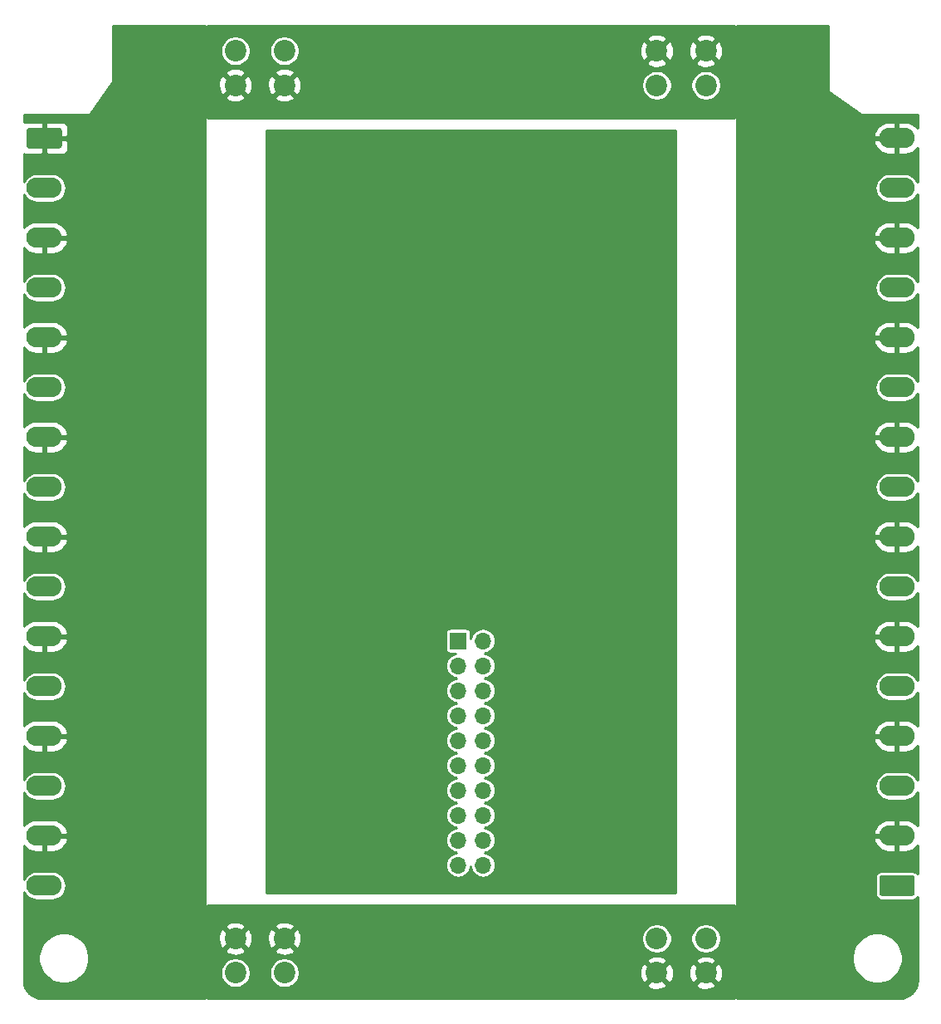
<source format=gbr>
G04 #@! TF.GenerationSoftware,KiCad,Pcbnew,(5.1.0)-1*
G04 #@! TF.CreationDate,2021-06-14T22:58:55+02:00*
G04 #@! TF.ProjectId,Magnetsteuerung_v2.1,4d61676e-6574-4737-9465-756572756e67,rev?*
G04 #@! TF.SameCoordinates,Original*
G04 #@! TF.FileFunction,Copper,L2,Bot*
G04 #@! TF.FilePolarity,Positive*
%FSLAX46Y46*%
G04 Gerber Fmt 4.6, Leading zero omitted, Abs format (unit mm)*
G04 Created by KiCad (PCBNEW (5.1.0)-1) date 2021-06-14 22:58:55*
%MOMM*%
%LPD*%
G04 APERTURE LIST*
%ADD10C,2.200000*%
%ADD11O,3.600000X2.080000*%
%ADD12C,0.100000*%
%ADD13C,2.080000*%
%ADD14O,1.700000X1.700000*%
%ADD15R,1.700000X1.700000*%
%ADD16C,0.800000*%
%ADD17C,0.254000*%
G04 APERTURE END LIST*
D10*
X111000000Y-128000000D03*
X116000000Y-128000000D03*
X116000000Y-124500000D03*
X111000000Y-124500000D03*
D11*
X178500000Y-42900000D03*
X178500000Y-47980000D03*
X178500000Y-53060000D03*
X178500000Y-58140000D03*
X178500000Y-63220000D03*
X178500000Y-68300000D03*
X178500000Y-73380000D03*
X178500000Y-78460000D03*
X178500000Y-83540000D03*
X178500000Y-88620000D03*
X178500000Y-93700000D03*
X178500000Y-98780000D03*
X178500000Y-103860000D03*
X178500000Y-108940000D03*
X178500000Y-114020000D03*
D12*
G36*
X180074505Y-118061204D02*
G01*
X180098773Y-118064804D01*
X180122572Y-118070765D01*
X180145671Y-118079030D01*
X180167850Y-118089520D01*
X180188893Y-118102132D01*
X180208599Y-118116747D01*
X180226777Y-118133223D01*
X180243253Y-118151401D01*
X180257868Y-118171107D01*
X180270480Y-118192150D01*
X180280970Y-118214329D01*
X180289235Y-118237428D01*
X180295196Y-118261227D01*
X180298796Y-118285495D01*
X180300000Y-118309999D01*
X180300000Y-119890001D01*
X180298796Y-119914505D01*
X180295196Y-119938773D01*
X180289235Y-119962572D01*
X180280970Y-119985671D01*
X180270480Y-120007850D01*
X180257868Y-120028893D01*
X180243253Y-120048599D01*
X180226777Y-120066777D01*
X180208599Y-120083253D01*
X180188893Y-120097868D01*
X180167850Y-120110480D01*
X180145671Y-120120970D01*
X180122572Y-120129235D01*
X180098773Y-120135196D01*
X180074505Y-120138796D01*
X180050001Y-120140000D01*
X176949999Y-120140000D01*
X176925495Y-120138796D01*
X176901227Y-120135196D01*
X176877428Y-120129235D01*
X176854329Y-120120970D01*
X176832150Y-120110480D01*
X176811107Y-120097868D01*
X176791401Y-120083253D01*
X176773223Y-120066777D01*
X176756747Y-120048599D01*
X176742132Y-120028893D01*
X176729520Y-120007850D01*
X176719030Y-119985671D01*
X176710765Y-119962572D01*
X176704804Y-119938773D01*
X176701204Y-119914505D01*
X176700000Y-119890001D01*
X176700000Y-118309999D01*
X176701204Y-118285495D01*
X176704804Y-118261227D01*
X176710765Y-118237428D01*
X176719030Y-118214329D01*
X176729520Y-118192150D01*
X176742132Y-118171107D01*
X176756747Y-118151401D01*
X176773223Y-118133223D01*
X176791401Y-118116747D01*
X176811107Y-118102132D01*
X176832150Y-118089520D01*
X176854329Y-118079030D01*
X176877428Y-118070765D01*
X176901227Y-118064804D01*
X176925495Y-118061204D01*
X176949999Y-118060000D01*
X180050001Y-118060000D01*
X180074505Y-118061204D01*
X180074505Y-118061204D01*
G37*
D13*
X178500000Y-119100000D03*
D11*
X91500000Y-119100000D03*
X91500000Y-114020000D03*
X91500000Y-108940000D03*
X91500000Y-103860000D03*
X91500000Y-98780000D03*
X91500000Y-93700000D03*
X91500000Y-88620000D03*
X91500000Y-83540000D03*
X91500000Y-78460000D03*
X91500000Y-73380000D03*
X91500000Y-68300000D03*
X91500000Y-63220000D03*
X91500000Y-58140000D03*
X91500000Y-53060000D03*
X91500000Y-47980000D03*
D12*
G36*
X93074505Y-41861204D02*
G01*
X93098773Y-41864804D01*
X93122572Y-41870765D01*
X93145671Y-41879030D01*
X93167850Y-41889520D01*
X93188893Y-41902132D01*
X93208599Y-41916747D01*
X93226777Y-41933223D01*
X93243253Y-41951401D01*
X93257868Y-41971107D01*
X93270480Y-41992150D01*
X93280970Y-42014329D01*
X93289235Y-42037428D01*
X93295196Y-42061227D01*
X93298796Y-42085495D01*
X93300000Y-42109999D01*
X93300000Y-43690001D01*
X93298796Y-43714505D01*
X93295196Y-43738773D01*
X93289235Y-43762572D01*
X93280970Y-43785671D01*
X93270480Y-43807850D01*
X93257868Y-43828893D01*
X93243253Y-43848599D01*
X93226777Y-43866777D01*
X93208599Y-43883253D01*
X93188893Y-43897868D01*
X93167850Y-43910480D01*
X93145671Y-43920970D01*
X93122572Y-43929235D01*
X93098773Y-43935196D01*
X93074505Y-43938796D01*
X93050001Y-43940000D01*
X89949999Y-43940000D01*
X89925495Y-43938796D01*
X89901227Y-43935196D01*
X89877428Y-43929235D01*
X89854329Y-43920970D01*
X89832150Y-43910480D01*
X89811107Y-43897868D01*
X89791401Y-43883253D01*
X89773223Y-43866777D01*
X89756747Y-43848599D01*
X89742132Y-43828893D01*
X89729520Y-43807850D01*
X89719030Y-43785671D01*
X89710765Y-43762572D01*
X89704804Y-43738773D01*
X89701204Y-43714505D01*
X89700000Y-43690001D01*
X89700000Y-42109999D01*
X89701204Y-42085495D01*
X89704804Y-42061227D01*
X89710765Y-42037428D01*
X89719030Y-42014329D01*
X89729520Y-41992150D01*
X89742132Y-41971107D01*
X89756747Y-41951401D01*
X89773223Y-41933223D01*
X89791401Y-41916747D01*
X89811107Y-41902132D01*
X89832150Y-41889520D01*
X89854329Y-41879030D01*
X89877428Y-41870765D01*
X89901227Y-41864804D01*
X89925495Y-41861204D01*
X89949999Y-41860000D01*
X93050001Y-41860000D01*
X93074505Y-41861204D01*
X93074505Y-41861204D01*
G37*
D13*
X91500000Y-42900000D03*
D14*
X133725000Y-99225000D03*
X133725000Y-106845000D03*
X133725000Y-111925000D03*
X136265000Y-114465000D03*
X133725000Y-117005000D03*
X133725000Y-96685000D03*
X136265000Y-99225000D03*
X133725000Y-101765000D03*
X136265000Y-101765000D03*
X133725000Y-104305000D03*
X136265000Y-104305000D03*
X136265000Y-96685000D03*
D15*
X133725000Y-94145000D03*
D14*
X136265000Y-106845000D03*
X136265000Y-111925000D03*
X133725000Y-114465000D03*
X136265000Y-117005000D03*
X136265000Y-94145000D03*
X133725000Y-109385000D03*
X136265000Y-109385000D03*
D10*
X159000000Y-34000000D03*
X154000000Y-34000000D03*
X154000000Y-37500000D03*
X159000000Y-37500000D03*
X111000000Y-37500000D03*
X116000000Y-37500000D03*
X116000000Y-34000000D03*
X111000000Y-34000000D03*
X159000000Y-124500000D03*
X154000000Y-124500000D03*
X154000000Y-128000000D03*
X159000000Y-128000000D03*
D16*
X153060000Y-113830000D03*
X154520000Y-113830000D03*
X153060000Y-103670000D03*
X154520000Y-103670000D03*
X153060000Y-93510000D03*
X154520000Y-93510000D03*
X153060000Y-83350000D03*
X154520000Y-83350000D03*
X153060000Y-73190000D03*
X154520000Y-73190000D03*
X153060000Y-63030000D03*
X154520000Y-63030000D03*
X153060000Y-52870000D03*
X154520000Y-52870000D03*
X154520000Y-42710000D03*
X115400000Y-109140000D03*
X116800000Y-109140000D03*
X115400000Y-98980000D03*
X116800000Y-98980000D03*
X115400000Y-88820000D03*
X116800000Y-88820000D03*
X115400000Y-78660000D03*
X116800000Y-78660000D03*
X115400000Y-68500000D03*
X116800000Y-68500000D03*
X115400000Y-58340000D03*
X116800000Y-58340000D03*
X115400000Y-48180000D03*
X116800000Y-48180000D03*
X116800000Y-119300000D03*
X115400000Y-119300000D03*
X153060000Y-42710000D03*
X142000000Y-77000000D03*
X143500000Y-77000000D03*
X142000000Y-78500000D03*
X143500000Y-78500000D03*
X142000000Y-80000000D03*
X143500000Y-80000000D03*
X142000000Y-81500000D03*
X143500000Y-81500000D03*
X140500000Y-81500000D03*
X139000000Y-81500000D03*
X137500000Y-81500000D03*
D17*
G36*
X107873000Y-130598000D02*
G01*
X91272108Y-130598000D01*
X90891477Y-130560679D01*
X90546608Y-130456558D01*
X90228532Y-130287434D01*
X89949362Y-130059748D01*
X89719736Y-129782178D01*
X89548396Y-129465291D01*
X89441868Y-129121156D01*
X89402000Y-128741835D01*
X89402000Y-126246188D01*
X90923000Y-126246188D01*
X90923000Y-126753812D01*
X91022033Y-127251683D01*
X91216292Y-127720667D01*
X91498313Y-128142742D01*
X91857258Y-128501687D01*
X92279333Y-128783708D01*
X92748317Y-128977967D01*
X93246188Y-129077000D01*
X93753812Y-129077000D01*
X94251683Y-128977967D01*
X94720667Y-128783708D01*
X95142742Y-128501687D01*
X95501687Y-128142742D01*
X95783708Y-127720667D01*
X95977967Y-127251683D01*
X96077000Y-126753812D01*
X96077000Y-126246188D01*
X95977967Y-125748317D01*
X95783708Y-125279333D01*
X95501687Y-124857258D01*
X95142742Y-124498313D01*
X94720667Y-124216292D01*
X94251683Y-124022033D01*
X93753812Y-123923000D01*
X93246188Y-123923000D01*
X92748317Y-124022033D01*
X92279333Y-124216292D01*
X91857258Y-124498313D01*
X91498313Y-124857258D01*
X91216292Y-125279333D01*
X91022033Y-125748317D01*
X90923000Y-126246188D01*
X89402000Y-126246188D01*
X89402000Y-119708806D01*
X89514332Y-119918965D01*
X89697655Y-120142345D01*
X89921035Y-120325668D01*
X90175887Y-120461889D01*
X90452418Y-120545774D01*
X90667932Y-120567000D01*
X92332068Y-120567000D01*
X92547582Y-120545774D01*
X92824113Y-120461889D01*
X93078965Y-120325668D01*
X93302345Y-120142345D01*
X93485668Y-119918965D01*
X93621889Y-119664113D01*
X93705774Y-119387582D01*
X93734098Y-119100000D01*
X93705774Y-118812418D01*
X93621889Y-118535887D01*
X93485668Y-118281035D01*
X93302345Y-118057655D01*
X93078965Y-117874332D01*
X92824113Y-117738111D01*
X92547582Y-117654226D01*
X92332068Y-117633000D01*
X90667932Y-117633000D01*
X90452418Y-117654226D01*
X90175887Y-117738111D01*
X89921035Y-117874332D01*
X89697655Y-118057655D01*
X89514332Y-118281035D01*
X89402000Y-118491194D01*
X89402000Y-115023627D01*
X89465794Y-115114602D01*
X89703824Y-115342155D01*
X89981673Y-115518898D01*
X90288664Y-115638039D01*
X90613000Y-115695000D01*
X91373000Y-115695000D01*
X91373000Y-114147000D01*
X91627000Y-114147000D01*
X91627000Y-115695000D01*
X92387000Y-115695000D01*
X92711336Y-115638039D01*
X93018327Y-115518898D01*
X93296176Y-115342155D01*
X93534206Y-115114602D01*
X93723269Y-114844984D01*
X93856099Y-114543663D01*
X93889748Y-114406710D01*
X93770922Y-114147000D01*
X91627000Y-114147000D01*
X91373000Y-114147000D01*
X91353000Y-114147000D01*
X91353000Y-113893000D01*
X91373000Y-113893000D01*
X91373000Y-113873000D01*
X91627000Y-113873000D01*
X91627000Y-113893000D01*
X93770922Y-113893000D01*
X93889748Y-113633290D01*
X93856099Y-113496337D01*
X93723269Y-113195016D01*
X93534206Y-112925398D01*
X93296176Y-112697845D01*
X93018327Y-112521102D01*
X92711336Y-112401961D01*
X92387000Y-112345000D01*
X90613000Y-112345000D01*
X90288664Y-112401961D01*
X89981673Y-112521102D01*
X89703824Y-112697845D01*
X89465794Y-112925398D01*
X89402000Y-113016373D01*
X89402000Y-109548806D01*
X89514332Y-109758965D01*
X89697655Y-109982345D01*
X89921035Y-110165668D01*
X90175887Y-110301889D01*
X90452418Y-110385774D01*
X90667932Y-110407000D01*
X92332068Y-110407000D01*
X92547582Y-110385774D01*
X92824113Y-110301889D01*
X93078965Y-110165668D01*
X93302345Y-109982345D01*
X93485668Y-109758965D01*
X93621889Y-109504113D01*
X93705774Y-109227582D01*
X93734098Y-108940000D01*
X93705774Y-108652418D01*
X93621889Y-108375887D01*
X93485668Y-108121035D01*
X93302345Y-107897655D01*
X93078965Y-107714332D01*
X92824113Y-107578111D01*
X92547582Y-107494226D01*
X92332068Y-107473000D01*
X90667932Y-107473000D01*
X90452418Y-107494226D01*
X90175887Y-107578111D01*
X89921035Y-107714332D01*
X89697655Y-107897655D01*
X89514332Y-108121035D01*
X89402000Y-108331194D01*
X89402000Y-104863627D01*
X89465794Y-104954602D01*
X89703824Y-105182155D01*
X89981673Y-105358898D01*
X90288664Y-105478039D01*
X90613000Y-105535000D01*
X91373000Y-105535000D01*
X91373000Y-103987000D01*
X91627000Y-103987000D01*
X91627000Y-105535000D01*
X92387000Y-105535000D01*
X92711336Y-105478039D01*
X93018327Y-105358898D01*
X93296176Y-105182155D01*
X93534206Y-104954602D01*
X93723269Y-104684984D01*
X93856099Y-104383663D01*
X93889748Y-104246710D01*
X93770922Y-103987000D01*
X91627000Y-103987000D01*
X91373000Y-103987000D01*
X91353000Y-103987000D01*
X91353000Y-103733000D01*
X91373000Y-103733000D01*
X91373000Y-103713000D01*
X91627000Y-103713000D01*
X91627000Y-103733000D01*
X93770922Y-103733000D01*
X93889748Y-103473290D01*
X93856099Y-103336337D01*
X93723269Y-103035016D01*
X93534206Y-102765398D01*
X93296176Y-102537845D01*
X93018327Y-102361102D01*
X92711336Y-102241961D01*
X92387000Y-102185000D01*
X90613000Y-102185000D01*
X90288664Y-102241961D01*
X89981673Y-102361102D01*
X89703824Y-102537845D01*
X89465794Y-102765398D01*
X89402000Y-102856373D01*
X89402000Y-99388806D01*
X89514332Y-99598965D01*
X89697655Y-99822345D01*
X89921035Y-100005668D01*
X90175887Y-100141889D01*
X90452418Y-100225774D01*
X90667932Y-100247000D01*
X92332068Y-100247000D01*
X92547582Y-100225774D01*
X92824113Y-100141889D01*
X93078965Y-100005668D01*
X93302345Y-99822345D01*
X93485668Y-99598965D01*
X93621889Y-99344113D01*
X93705774Y-99067582D01*
X93734098Y-98780000D01*
X93705774Y-98492418D01*
X93621889Y-98215887D01*
X93485668Y-97961035D01*
X93302345Y-97737655D01*
X93078965Y-97554332D01*
X92824113Y-97418111D01*
X92547582Y-97334226D01*
X92332068Y-97313000D01*
X90667932Y-97313000D01*
X90452418Y-97334226D01*
X90175887Y-97418111D01*
X89921035Y-97554332D01*
X89697655Y-97737655D01*
X89514332Y-97961035D01*
X89402000Y-98171194D01*
X89402000Y-94703627D01*
X89465794Y-94794602D01*
X89703824Y-95022155D01*
X89981673Y-95198898D01*
X90288664Y-95318039D01*
X90613000Y-95375000D01*
X91373000Y-95375000D01*
X91373000Y-93827000D01*
X91627000Y-93827000D01*
X91627000Y-95375000D01*
X92387000Y-95375000D01*
X92711336Y-95318039D01*
X93018327Y-95198898D01*
X93296176Y-95022155D01*
X93534206Y-94794602D01*
X93723269Y-94524984D01*
X93856099Y-94223663D01*
X93889748Y-94086710D01*
X93770922Y-93827000D01*
X91627000Y-93827000D01*
X91373000Y-93827000D01*
X91353000Y-93827000D01*
X91353000Y-93573000D01*
X91373000Y-93573000D01*
X91373000Y-93553000D01*
X91627000Y-93553000D01*
X91627000Y-93573000D01*
X93770922Y-93573000D01*
X93889748Y-93313290D01*
X93856099Y-93176337D01*
X93723269Y-92875016D01*
X93534206Y-92605398D01*
X93296176Y-92377845D01*
X93018327Y-92201102D01*
X92711336Y-92081961D01*
X92387000Y-92025000D01*
X90613000Y-92025000D01*
X90288664Y-92081961D01*
X89981673Y-92201102D01*
X89703824Y-92377845D01*
X89465794Y-92605398D01*
X89402000Y-92696373D01*
X89402000Y-89228806D01*
X89514332Y-89438965D01*
X89697655Y-89662345D01*
X89921035Y-89845668D01*
X90175887Y-89981889D01*
X90452418Y-90065774D01*
X90667932Y-90087000D01*
X92332068Y-90087000D01*
X92547582Y-90065774D01*
X92824113Y-89981889D01*
X93078965Y-89845668D01*
X93302345Y-89662345D01*
X93485668Y-89438965D01*
X93621889Y-89184113D01*
X93705774Y-88907582D01*
X93734098Y-88620000D01*
X93705774Y-88332418D01*
X93621889Y-88055887D01*
X93485668Y-87801035D01*
X93302345Y-87577655D01*
X93078965Y-87394332D01*
X92824113Y-87258111D01*
X92547582Y-87174226D01*
X92332068Y-87153000D01*
X90667932Y-87153000D01*
X90452418Y-87174226D01*
X90175887Y-87258111D01*
X89921035Y-87394332D01*
X89697655Y-87577655D01*
X89514332Y-87801035D01*
X89402000Y-88011194D01*
X89402000Y-84543627D01*
X89465794Y-84634602D01*
X89703824Y-84862155D01*
X89981673Y-85038898D01*
X90288664Y-85158039D01*
X90613000Y-85215000D01*
X91373000Y-85215000D01*
X91373000Y-83667000D01*
X91627000Y-83667000D01*
X91627000Y-85215000D01*
X92387000Y-85215000D01*
X92711336Y-85158039D01*
X93018327Y-85038898D01*
X93296176Y-84862155D01*
X93534206Y-84634602D01*
X93723269Y-84364984D01*
X93856099Y-84063663D01*
X93889748Y-83926710D01*
X93770922Y-83667000D01*
X91627000Y-83667000D01*
X91373000Y-83667000D01*
X91353000Y-83667000D01*
X91353000Y-83413000D01*
X91373000Y-83413000D01*
X91373000Y-83393000D01*
X91627000Y-83393000D01*
X91627000Y-83413000D01*
X93770922Y-83413000D01*
X93889748Y-83153290D01*
X93856099Y-83016337D01*
X93723269Y-82715016D01*
X93534206Y-82445398D01*
X93296176Y-82217845D01*
X93018327Y-82041102D01*
X92711336Y-81921961D01*
X92387000Y-81865000D01*
X90613000Y-81865000D01*
X90288664Y-81921961D01*
X89981673Y-82041102D01*
X89703824Y-82217845D01*
X89465794Y-82445398D01*
X89402000Y-82536373D01*
X89402000Y-79068806D01*
X89514332Y-79278965D01*
X89697655Y-79502345D01*
X89921035Y-79685668D01*
X90175887Y-79821889D01*
X90452418Y-79905774D01*
X90667932Y-79927000D01*
X92332068Y-79927000D01*
X92547582Y-79905774D01*
X92824113Y-79821889D01*
X93078965Y-79685668D01*
X93302345Y-79502345D01*
X93485668Y-79278965D01*
X93621889Y-79024113D01*
X93705774Y-78747582D01*
X93734098Y-78460000D01*
X93705774Y-78172418D01*
X93621889Y-77895887D01*
X93485668Y-77641035D01*
X93302345Y-77417655D01*
X93078965Y-77234332D01*
X92824113Y-77098111D01*
X92547582Y-77014226D01*
X92332068Y-76993000D01*
X90667932Y-76993000D01*
X90452418Y-77014226D01*
X90175887Y-77098111D01*
X89921035Y-77234332D01*
X89697655Y-77417655D01*
X89514332Y-77641035D01*
X89402000Y-77851194D01*
X89402000Y-74383627D01*
X89465794Y-74474602D01*
X89703824Y-74702155D01*
X89981673Y-74878898D01*
X90288664Y-74998039D01*
X90613000Y-75055000D01*
X91373000Y-75055000D01*
X91373000Y-73507000D01*
X91627000Y-73507000D01*
X91627000Y-75055000D01*
X92387000Y-75055000D01*
X92711336Y-74998039D01*
X93018327Y-74878898D01*
X93296176Y-74702155D01*
X93534206Y-74474602D01*
X93723269Y-74204984D01*
X93856099Y-73903663D01*
X93889748Y-73766710D01*
X93770922Y-73507000D01*
X91627000Y-73507000D01*
X91373000Y-73507000D01*
X91353000Y-73507000D01*
X91353000Y-73253000D01*
X91373000Y-73253000D01*
X91373000Y-73233000D01*
X91627000Y-73233000D01*
X91627000Y-73253000D01*
X93770922Y-73253000D01*
X93889748Y-72993290D01*
X93856099Y-72856337D01*
X93723269Y-72555016D01*
X93534206Y-72285398D01*
X93296176Y-72057845D01*
X93018327Y-71881102D01*
X92711336Y-71761961D01*
X92387000Y-71705000D01*
X90613000Y-71705000D01*
X90288664Y-71761961D01*
X89981673Y-71881102D01*
X89703824Y-72057845D01*
X89465794Y-72285398D01*
X89402000Y-72376373D01*
X89402000Y-68908806D01*
X89514332Y-69118965D01*
X89697655Y-69342345D01*
X89921035Y-69525668D01*
X90175887Y-69661889D01*
X90452418Y-69745774D01*
X90667932Y-69767000D01*
X92332068Y-69767000D01*
X92547582Y-69745774D01*
X92824113Y-69661889D01*
X93078965Y-69525668D01*
X93302345Y-69342345D01*
X93485668Y-69118965D01*
X93621889Y-68864113D01*
X93705774Y-68587582D01*
X93734098Y-68300000D01*
X93705774Y-68012418D01*
X93621889Y-67735887D01*
X93485668Y-67481035D01*
X93302345Y-67257655D01*
X93078965Y-67074332D01*
X92824113Y-66938111D01*
X92547582Y-66854226D01*
X92332068Y-66833000D01*
X90667932Y-66833000D01*
X90452418Y-66854226D01*
X90175887Y-66938111D01*
X89921035Y-67074332D01*
X89697655Y-67257655D01*
X89514332Y-67481035D01*
X89402000Y-67691194D01*
X89402000Y-64223627D01*
X89465794Y-64314602D01*
X89703824Y-64542155D01*
X89981673Y-64718898D01*
X90288664Y-64838039D01*
X90613000Y-64895000D01*
X91373000Y-64895000D01*
X91373000Y-63347000D01*
X91627000Y-63347000D01*
X91627000Y-64895000D01*
X92387000Y-64895000D01*
X92711336Y-64838039D01*
X93018327Y-64718898D01*
X93296176Y-64542155D01*
X93534206Y-64314602D01*
X93723269Y-64044984D01*
X93856099Y-63743663D01*
X93889748Y-63606710D01*
X93770922Y-63347000D01*
X91627000Y-63347000D01*
X91373000Y-63347000D01*
X91353000Y-63347000D01*
X91353000Y-63093000D01*
X91373000Y-63093000D01*
X91373000Y-63073000D01*
X91627000Y-63073000D01*
X91627000Y-63093000D01*
X93770922Y-63093000D01*
X93889748Y-62833290D01*
X93856099Y-62696337D01*
X93723269Y-62395016D01*
X93534206Y-62125398D01*
X93296176Y-61897845D01*
X93018327Y-61721102D01*
X92711336Y-61601961D01*
X92387000Y-61545000D01*
X90613000Y-61545000D01*
X90288664Y-61601961D01*
X89981673Y-61721102D01*
X89703824Y-61897845D01*
X89465794Y-62125398D01*
X89402000Y-62216373D01*
X89402000Y-58748806D01*
X89514332Y-58958965D01*
X89697655Y-59182345D01*
X89921035Y-59365668D01*
X90175887Y-59501889D01*
X90452418Y-59585774D01*
X90667932Y-59607000D01*
X92332068Y-59607000D01*
X92547582Y-59585774D01*
X92824113Y-59501889D01*
X93078965Y-59365668D01*
X93302345Y-59182345D01*
X93485668Y-58958965D01*
X93621889Y-58704113D01*
X93705774Y-58427582D01*
X93734098Y-58140000D01*
X93705774Y-57852418D01*
X93621889Y-57575887D01*
X93485668Y-57321035D01*
X93302345Y-57097655D01*
X93078965Y-56914332D01*
X92824113Y-56778111D01*
X92547582Y-56694226D01*
X92332068Y-56673000D01*
X90667932Y-56673000D01*
X90452418Y-56694226D01*
X90175887Y-56778111D01*
X89921035Y-56914332D01*
X89697655Y-57097655D01*
X89514332Y-57321035D01*
X89402000Y-57531194D01*
X89402000Y-54063627D01*
X89465794Y-54154602D01*
X89703824Y-54382155D01*
X89981673Y-54558898D01*
X90288664Y-54678039D01*
X90613000Y-54735000D01*
X91373000Y-54735000D01*
X91373000Y-53187000D01*
X91627000Y-53187000D01*
X91627000Y-54735000D01*
X92387000Y-54735000D01*
X92711336Y-54678039D01*
X93018327Y-54558898D01*
X93296176Y-54382155D01*
X93534206Y-54154602D01*
X93723269Y-53884984D01*
X93856099Y-53583663D01*
X93889748Y-53446710D01*
X93770922Y-53187000D01*
X91627000Y-53187000D01*
X91373000Y-53187000D01*
X91353000Y-53187000D01*
X91353000Y-52933000D01*
X91373000Y-52933000D01*
X91373000Y-52913000D01*
X91627000Y-52913000D01*
X91627000Y-52933000D01*
X93770922Y-52933000D01*
X93889748Y-52673290D01*
X93856099Y-52536337D01*
X93723269Y-52235016D01*
X93534206Y-51965398D01*
X93296176Y-51737845D01*
X93018327Y-51561102D01*
X92711336Y-51441961D01*
X92387000Y-51385000D01*
X90613000Y-51385000D01*
X90288664Y-51441961D01*
X89981673Y-51561102D01*
X89703824Y-51737845D01*
X89465794Y-51965398D01*
X89402000Y-52056373D01*
X89402000Y-48588806D01*
X89514332Y-48798965D01*
X89697655Y-49022345D01*
X89921035Y-49205668D01*
X90175887Y-49341889D01*
X90452418Y-49425774D01*
X90667932Y-49447000D01*
X92332068Y-49447000D01*
X92547582Y-49425774D01*
X92824113Y-49341889D01*
X93078965Y-49205668D01*
X93302345Y-49022345D01*
X93485668Y-48798965D01*
X93621889Y-48544113D01*
X93705774Y-48267582D01*
X93734098Y-47980000D01*
X93705774Y-47692418D01*
X93621889Y-47415887D01*
X93485668Y-47161035D01*
X93302345Y-46937655D01*
X93078965Y-46754332D01*
X92824113Y-46618111D01*
X92547582Y-46534226D01*
X92332068Y-46513000D01*
X90667932Y-46513000D01*
X90452418Y-46534226D01*
X90175887Y-46618111D01*
X89921035Y-46754332D01*
X89697655Y-46937655D01*
X89514332Y-47161035D01*
X89402000Y-47371194D01*
X89402000Y-44500734D01*
X89455820Y-44529502D01*
X89575518Y-44565812D01*
X89700000Y-44578072D01*
X91214250Y-44575000D01*
X91373000Y-44416250D01*
X91373000Y-43027000D01*
X91627000Y-43027000D01*
X91627000Y-44416250D01*
X91785750Y-44575000D01*
X93300000Y-44578072D01*
X93424482Y-44565812D01*
X93544180Y-44529502D01*
X93654494Y-44470537D01*
X93751185Y-44391185D01*
X93830537Y-44294494D01*
X93889502Y-44184180D01*
X93925812Y-44064482D01*
X93938072Y-43940000D01*
X93935000Y-43185750D01*
X93776250Y-43027000D01*
X91627000Y-43027000D01*
X91373000Y-43027000D01*
X91353000Y-43027000D01*
X91353000Y-42773000D01*
X91373000Y-42773000D01*
X91373000Y-41383750D01*
X91627000Y-41383750D01*
X91627000Y-42773000D01*
X93776250Y-42773000D01*
X93935000Y-42614250D01*
X93938072Y-41860000D01*
X93925812Y-41735518D01*
X93889502Y-41615820D01*
X93830537Y-41505506D01*
X93751185Y-41408815D01*
X93654494Y-41329463D01*
X93544180Y-41270498D01*
X93424482Y-41234188D01*
X93300000Y-41221928D01*
X91785750Y-41225000D01*
X91627000Y-41383750D01*
X91373000Y-41383750D01*
X91214250Y-41225000D01*
X89700000Y-41221928D01*
X89575518Y-41234188D01*
X89455820Y-41270498D01*
X89402000Y-41299266D01*
X89402000Y-40527000D01*
X96000000Y-40527000D01*
X96021142Y-40525228D01*
X96045167Y-40518697D01*
X96067456Y-40507605D01*
X96087152Y-40492377D01*
X96103499Y-40473600D01*
X98503499Y-37098600D01*
X98517333Y-37073601D01*
X98524560Y-37049776D01*
X98527000Y-37025000D01*
X98527000Y-31402000D01*
X107873000Y-31402000D01*
X107873000Y-130598000D01*
X107873000Y-130598000D01*
G37*
X107873000Y-130598000D02*
X91272108Y-130598000D01*
X90891477Y-130560679D01*
X90546608Y-130456558D01*
X90228532Y-130287434D01*
X89949362Y-130059748D01*
X89719736Y-129782178D01*
X89548396Y-129465291D01*
X89441868Y-129121156D01*
X89402000Y-128741835D01*
X89402000Y-126246188D01*
X90923000Y-126246188D01*
X90923000Y-126753812D01*
X91022033Y-127251683D01*
X91216292Y-127720667D01*
X91498313Y-128142742D01*
X91857258Y-128501687D01*
X92279333Y-128783708D01*
X92748317Y-128977967D01*
X93246188Y-129077000D01*
X93753812Y-129077000D01*
X94251683Y-128977967D01*
X94720667Y-128783708D01*
X95142742Y-128501687D01*
X95501687Y-128142742D01*
X95783708Y-127720667D01*
X95977967Y-127251683D01*
X96077000Y-126753812D01*
X96077000Y-126246188D01*
X95977967Y-125748317D01*
X95783708Y-125279333D01*
X95501687Y-124857258D01*
X95142742Y-124498313D01*
X94720667Y-124216292D01*
X94251683Y-124022033D01*
X93753812Y-123923000D01*
X93246188Y-123923000D01*
X92748317Y-124022033D01*
X92279333Y-124216292D01*
X91857258Y-124498313D01*
X91498313Y-124857258D01*
X91216292Y-125279333D01*
X91022033Y-125748317D01*
X90923000Y-126246188D01*
X89402000Y-126246188D01*
X89402000Y-119708806D01*
X89514332Y-119918965D01*
X89697655Y-120142345D01*
X89921035Y-120325668D01*
X90175887Y-120461889D01*
X90452418Y-120545774D01*
X90667932Y-120567000D01*
X92332068Y-120567000D01*
X92547582Y-120545774D01*
X92824113Y-120461889D01*
X93078965Y-120325668D01*
X93302345Y-120142345D01*
X93485668Y-119918965D01*
X93621889Y-119664113D01*
X93705774Y-119387582D01*
X93734098Y-119100000D01*
X93705774Y-118812418D01*
X93621889Y-118535887D01*
X93485668Y-118281035D01*
X93302345Y-118057655D01*
X93078965Y-117874332D01*
X92824113Y-117738111D01*
X92547582Y-117654226D01*
X92332068Y-117633000D01*
X90667932Y-117633000D01*
X90452418Y-117654226D01*
X90175887Y-117738111D01*
X89921035Y-117874332D01*
X89697655Y-118057655D01*
X89514332Y-118281035D01*
X89402000Y-118491194D01*
X89402000Y-115023627D01*
X89465794Y-115114602D01*
X89703824Y-115342155D01*
X89981673Y-115518898D01*
X90288664Y-115638039D01*
X90613000Y-115695000D01*
X91373000Y-115695000D01*
X91373000Y-114147000D01*
X91627000Y-114147000D01*
X91627000Y-115695000D01*
X92387000Y-115695000D01*
X92711336Y-115638039D01*
X93018327Y-115518898D01*
X93296176Y-115342155D01*
X93534206Y-115114602D01*
X93723269Y-114844984D01*
X93856099Y-114543663D01*
X93889748Y-114406710D01*
X93770922Y-114147000D01*
X91627000Y-114147000D01*
X91373000Y-114147000D01*
X91353000Y-114147000D01*
X91353000Y-113893000D01*
X91373000Y-113893000D01*
X91373000Y-113873000D01*
X91627000Y-113873000D01*
X91627000Y-113893000D01*
X93770922Y-113893000D01*
X93889748Y-113633290D01*
X93856099Y-113496337D01*
X93723269Y-113195016D01*
X93534206Y-112925398D01*
X93296176Y-112697845D01*
X93018327Y-112521102D01*
X92711336Y-112401961D01*
X92387000Y-112345000D01*
X90613000Y-112345000D01*
X90288664Y-112401961D01*
X89981673Y-112521102D01*
X89703824Y-112697845D01*
X89465794Y-112925398D01*
X89402000Y-113016373D01*
X89402000Y-109548806D01*
X89514332Y-109758965D01*
X89697655Y-109982345D01*
X89921035Y-110165668D01*
X90175887Y-110301889D01*
X90452418Y-110385774D01*
X90667932Y-110407000D01*
X92332068Y-110407000D01*
X92547582Y-110385774D01*
X92824113Y-110301889D01*
X93078965Y-110165668D01*
X93302345Y-109982345D01*
X93485668Y-109758965D01*
X93621889Y-109504113D01*
X93705774Y-109227582D01*
X93734098Y-108940000D01*
X93705774Y-108652418D01*
X93621889Y-108375887D01*
X93485668Y-108121035D01*
X93302345Y-107897655D01*
X93078965Y-107714332D01*
X92824113Y-107578111D01*
X92547582Y-107494226D01*
X92332068Y-107473000D01*
X90667932Y-107473000D01*
X90452418Y-107494226D01*
X90175887Y-107578111D01*
X89921035Y-107714332D01*
X89697655Y-107897655D01*
X89514332Y-108121035D01*
X89402000Y-108331194D01*
X89402000Y-104863627D01*
X89465794Y-104954602D01*
X89703824Y-105182155D01*
X89981673Y-105358898D01*
X90288664Y-105478039D01*
X90613000Y-105535000D01*
X91373000Y-105535000D01*
X91373000Y-103987000D01*
X91627000Y-103987000D01*
X91627000Y-105535000D01*
X92387000Y-105535000D01*
X92711336Y-105478039D01*
X93018327Y-105358898D01*
X93296176Y-105182155D01*
X93534206Y-104954602D01*
X93723269Y-104684984D01*
X93856099Y-104383663D01*
X93889748Y-104246710D01*
X93770922Y-103987000D01*
X91627000Y-103987000D01*
X91373000Y-103987000D01*
X91353000Y-103987000D01*
X91353000Y-103733000D01*
X91373000Y-103733000D01*
X91373000Y-103713000D01*
X91627000Y-103713000D01*
X91627000Y-103733000D01*
X93770922Y-103733000D01*
X93889748Y-103473290D01*
X93856099Y-103336337D01*
X93723269Y-103035016D01*
X93534206Y-102765398D01*
X93296176Y-102537845D01*
X93018327Y-102361102D01*
X92711336Y-102241961D01*
X92387000Y-102185000D01*
X90613000Y-102185000D01*
X90288664Y-102241961D01*
X89981673Y-102361102D01*
X89703824Y-102537845D01*
X89465794Y-102765398D01*
X89402000Y-102856373D01*
X89402000Y-99388806D01*
X89514332Y-99598965D01*
X89697655Y-99822345D01*
X89921035Y-100005668D01*
X90175887Y-100141889D01*
X90452418Y-100225774D01*
X90667932Y-100247000D01*
X92332068Y-100247000D01*
X92547582Y-100225774D01*
X92824113Y-100141889D01*
X93078965Y-100005668D01*
X93302345Y-99822345D01*
X93485668Y-99598965D01*
X93621889Y-99344113D01*
X93705774Y-99067582D01*
X93734098Y-98780000D01*
X93705774Y-98492418D01*
X93621889Y-98215887D01*
X93485668Y-97961035D01*
X93302345Y-97737655D01*
X93078965Y-97554332D01*
X92824113Y-97418111D01*
X92547582Y-97334226D01*
X92332068Y-97313000D01*
X90667932Y-97313000D01*
X90452418Y-97334226D01*
X90175887Y-97418111D01*
X89921035Y-97554332D01*
X89697655Y-97737655D01*
X89514332Y-97961035D01*
X89402000Y-98171194D01*
X89402000Y-94703627D01*
X89465794Y-94794602D01*
X89703824Y-95022155D01*
X89981673Y-95198898D01*
X90288664Y-95318039D01*
X90613000Y-95375000D01*
X91373000Y-95375000D01*
X91373000Y-93827000D01*
X91627000Y-93827000D01*
X91627000Y-95375000D01*
X92387000Y-95375000D01*
X92711336Y-95318039D01*
X93018327Y-95198898D01*
X93296176Y-95022155D01*
X93534206Y-94794602D01*
X93723269Y-94524984D01*
X93856099Y-94223663D01*
X93889748Y-94086710D01*
X93770922Y-93827000D01*
X91627000Y-93827000D01*
X91373000Y-93827000D01*
X91353000Y-93827000D01*
X91353000Y-93573000D01*
X91373000Y-93573000D01*
X91373000Y-93553000D01*
X91627000Y-93553000D01*
X91627000Y-93573000D01*
X93770922Y-93573000D01*
X93889748Y-93313290D01*
X93856099Y-93176337D01*
X93723269Y-92875016D01*
X93534206Y-92605398D01*
X93296176Y-92377845D01*
X93018327Y-92201102D01*
X92711336Y-92081961D01*
X92387000Y-92025000D01*
X90613000Y-92025000D01*
X90288664Y-92081961D01*
X89981673Y-92201102D01*
X89703824Y-92377845D01*
X89465794Y-92605398D01*
X89402000Y-92696373D01*
X89402000Y-89228806D01*
X89514332Y-89438965D01*
X89697655Y-89662345D01*
X89921035Y-89845668D01*
X90175887Y-89981889D01*
X90452418Y-90065774D01*
X90667932Y-90087000D01*
X92332068Y-90087000D01*
X92547582Y-90065774D01*
X92824113Y-89981889D01*
X93078965Y-89845668D01*
X93302345Y-89662345D01*
X93485668Y-89438965D01*
X93621889Y-89184113D01*
X93705774Y-88907582D01*
X93734098Y-88620000D01*
X93705774Y-88332418D01*
X93621889Y-88055887D01*
X93485668Y-87801035D01*
X93302345Y-87577655D01*
X93078965Y-87394332D01*
X92824113Y-87258111D01*
X92547582Y-87174226D01*
X92332068Y-87153000D01*
X90667932Y-87153000D01*
X90452418Y-87174226D01*
X90175887Y-87258111D01*
X89921035Y-87394332D01*
X89697655Y-87577655D01*
X89514332Y-87801035D01*
X89402000Y-88011194D01*
X89402000Y-84543627D01*
X89465794Y-84634602D01*
X89703824Y-84862155D01*
X89981673Y-85038898D01*
X90288664Y-85158039D01*
X90613000Y-85215000D01*
X91373000Y-85215000D01*
X91373000Y-83667000D01*
X91627000Y-83667000D01*
X91627000Y-85215000D01*
X92387000Y-85215000D01*
X92711336Y-85158039D01*
X93018327Y-85038898D01*
X93296176Y-84862155D01*
X93534206Y-84634602D01*
X93723269Y-84364984D01*
X93856099Y-84063663D01*
X93889748Y-83926710D01*
X93770922Y-83667000D01*
X91627000Y-83667000D01*
X91373000Y-83667000D01*
X91353000Y-83667000D01*
X91353000Y-83413000D01*
X91373000Y-83413000D01*
X91373000Y-83393000D01*
X91627000Y-83393000D01*
X91627000Y-83413000D01*
X93770922Y-83413000D01*
X93889748Y-83153290D01*
X93856099Y-83016337D01*
X93723269Y-82715016D01*
X93534206Y-82445398D01*
X93296176Y-82217845D01*
X93018327Y-82041102D01*
X92711336Y-81921961D01*
X92387000Y-81865000D01*
X90613000Y-81865000D01*
X90288664Y-81921961D01*
X89981673Y-82041102D01*
X89703824Y-82217845D01*
X89465794Y-82445398D01*
X89402000Y-82536373D01*
X89402000Y-79068806D01*
X89514332Y-79278965D01*
X89697655Y-79502345D01*
X89921035Y-79685668D01*
X90175887Y-79821889D01*
X90452418Y-79905774D01*
X90667932Y-79927000D01*
X92332068Y-79927000D01*
X92547582Y-79905774D01*
X92824113Y-79821889D01*
X93078965Y-79685668D01*
X93302345Y-79502345D01*
X93485668Y-79278965D01*
X93621889Y-79024113D01*
X93705774Y-78747582D01*
X93734098Y-78460000D01*
X93705774Y-78172418D01*
X93621889Y-77895887D01*
X93485668Y-77641035D01*
X93302345Y-77417655D01*
X93078965Y-77234332D01*
X92824113Y-77098111D01*
X92547582Y-77014226D01*
X92332068Y-76993000D01*
X90667932Y-76993000D01*
X90452418Y-77014226D01*
X90175887Y-77098111D01*
X89921035Y-77234332D01*
X89697655Y-77417655D01*
X89514332Y-77641035D01*
X89402000Y-77851194D01*
X89402000Y-74383627D01*
X89465794Y-74474602D01*
X89703824Y-74702155D01*
X89981673Y-74878898D01*
X90288664Y-74998039D01*
X90613000Y-75055000D01*
X91373000Y-75055000D01*
X91373000Y-73507000D01*
X91627000Y-73507000D01*
X91627000Y-75055000D01*
X92387000Y-75055000D01*
X92711336Y-74998039D01*
X93018327Y-74878898D01*
X93296176Y-74702155D01*
X93534206Y-74474602D01*
X93723269Y-74204984D01*
X93856099Y-73903663D01*
X93889748Y-73766710D01*
X93770922Y-73507000D01*
X91627000Y-73507000D01*
X91373000Y-73507000D01*
X91353000Y-73507000D01*
X91353000Y-73253000D01*
X91373000Y-73253000D01*
X91373000Y-73233000D01*
X91627000Y-73233000D01*
X91627000Y-73253000D01*
X93770922Y-73253000D01*
X93889748Y-72993290D01*
X93856099Y-72856337D01*
X93723269Y-72555016D01*
X93534206Y-72285398D01*
X93296176Y-72057845D01*
X93018327Y-71881102D01*
X92711336Y-71761961D01*
X92387000Y-71705000D01*
X90613000Y-71705000D01*
X90288664Y-71761961D01*
X89981673Y-71881102D01*
X89703824Y-72057845D01*
X89465794Y-72285398D01*
X89402000Y-72376373D01*
X89402000Y-68908806D01*
X89514332Y-69118965D01*
X89697655Y-69342345D01*
X89921035Y-69525668D01*
X90175887Y-69661889D01*
X90452418Y-69745774D01*
X90667932Y-69767000D01*
X92332068Y-69767000D01*
X92547582Y-69745774D01*
X92824113Y-69661889D01*
X93078965Y-69525668D01*
X93302345Y-69342345D01*
X93485668Y-69118965D01*
X93621889Y-68864113D01*
X93705774Y-68587582D01*
X93734098Y-68300000D01*
X93705774Y-68012418D01*
X93621889Y-67735887D01*
X93485668Y-67481035D01*
X93302345Y-67257655D01*
X93078965Y-67074332D01*
X92824113Y-66938111D01*
X92547582Y-66854226D01*
X92332068Y-66833000D01*
X90667932Y-66833000D01*
X90452418Y-66854226D01*
X90175887Y-66938111D01*
X89921035Y-67074332D01*
X89697655Y-67257655D01*
X89514332Y-67481035D01*
X89402000Y-67691194D01*
X89402000Y-64223627D01*
X89465794Y-64314602D01*
X89703824Y-64542155D01*
X89981673Y-64718898D01*
X90288664Y-64838039D01*
X90613000Y-64895000D01*
X91373000Y-64895000D01*
X91373000Y-63347000D01*
X91627000Y-63347000D01*
X91627000Y-64895000D01*
X92387000Y-64895000D01*
X92711336Y-64838039D01*
X93018327Y-64718898D01*
X93296176Y-64542155D01*
X93534206Y-64314602D01*
X93723269Y-64044984D01*
X93856099Y-63743663D01*
X93889748Y-63606710D01*
X93770922Y-63347000D01*
X91627000Y-63347000D01*
X91373000Y-63347000D01*
X91353000Y-63347000D01*
X91353000Y-63093000D01*
X91373000Y-63093000D01*
X91373000Y-63073000D01*
X91627000Y-63073000D01*
X91627000Y-63093000D01*
X93770922Y-63093000D01*
X93889748Y-62833290D01*
X93856099Y-62696337D01*
X93723269Y-62395016D01*
X93534206Y-62125398D01*
X93296176Y-61897845D01*
X93018327Y-61721102D01*
X92711336Y-61601961D01*
X92387000Y-61545000D01*
X90613000Y-61545000D01*
X90288664Y-61601961D01*
X89981673Y-61721102D01*
X89703824Y-61897845D01*
X89465794Y-62125398D01*
X89402000Y-62216373D01*
X89402000Y-58748806D01*
X89514332Y-58958965D01*
X89697655Y-59182345D01*
X89921035Y-59365668D01*
X90175887Y-59501889D01*
X90452418Y-59585774D01*
X90667932Y-59607000D01*
X92332068Y-59607000D01*
X92547582Y-59585774D01*
X92824113Y-59501889D01*
X93078965Y-59365668D01*
X93302345Y-59182345D01*
X93485668Y-58958965D01*
X93621889Y-58704113D01*
X93705774Y-58427582D01*
X93734098Y-58140000D01*
X93705774Y-57852418D01*
X93621889Y-57575887D01*
X93485668Y-57321035D01*
X93302345Y-57097655D01*
X93078965Y-56914332D01*
X92824113Y-56778111D01*
X92547582Y-56694226D01*
X92332068Y-56673000D01*
X90667932Y-56673000D01*
X90452418Y-56694226D01*
X90175887Y-56778111D01*
X89921035Y-56914332D01*
X89697655Y-57097655D01*
X89514332Y-57321035D01*
X89402000Y-57531194D01*
X89402000Y-54063627D01*
X89465794Y-54154602D01*
X89703824Y-54382155D01*
X89981673Y-54558898D01*
X90288664Y-54678039D01*
X90613000Y-54735000D01*
X91373000Y-54735000D01*
X91373000Y-53187000D01*
X91627000Y-53187000D01*
X91627000Y-54735000D01*
X92387000Y-54735000D01*
X92711336Y-54678039D01*
X93018327Y-54558898D01*
X93296176Y-54382155D01*
X93534206Y-54154602D01*
X93723269Y-53884984D01*
X93856099Y-53583663D01*
X93889748Y-53446710D01*
X93770922Y-53187000D01*
X91627000Y-53187000D01*
X91373000Y-53187000D01*
X91353000Y-53187000D01*
X91353000Y-52933000D01*
X91373000Y-52933000D01*
X91373000Y-52913000D01*
X91627000Y-52913000D01*
X91627000Y-52933000D01*
X93770922Y-52933000D01*
X93889748Y-52673290D01*
X93856099Y-52536337D01*
X93723269Y-52235016D01*
X93534206Y-51965398D01*
X93296176Y-51737845D01*
X93018327Y-51561102D01*
X92711336Y-51441961D01*
X92387000Y-51385000D01*
X90613000Y-51385000D01*
X90288664Y-51441961D01*
X89981673Y-51561102D01*
X89703824Y-51737845D01*
X89465794Y-51965398D01*
X89402000Y-52056373D01*
X89402000Y-48588806D01*
X89514332Y-48798965D01*
X89697655Y-49022345D01*
X89921035Y-49205668D01*
X90175887Y-49341889D01*
X90452418Y-49425774D01*
X90667932Y-49447000D01*
X92332068Y-49447000D01*
X92547582Y-49425774D01*
X92824113Y-49341889D01*
X93078965Y-49205668D01*
X93302345Y-49022345D01*
X93485668Y-48798965D01*
X93621889Y-48544113D01*
X93705774Y-48267582D01*
X93734098Y-47980000D01*
X93705774Y-47692418D01*
X93621889Y-47415887D01*
X93485668Y-47161035D01*
X93302345Y-46937655D01*
X93078965Y-46754332D01*
X92824113Y-46618111D01*
X92547582Y-46534226D01*
X92332068Y-46513000D01*
X90667932Y-46513000D01*
X90452418Y-46534226D01*
X90175887Y-46618111D01*
X89921035Y-46754332D01*
X89697655Y-46937655D01*
X89514332Y-47161035D01*
X89402000Y-47371194D01*
X89402000Y-44500734D01*
X89455820Y-44529502D01*
X89575518Y-44565812D01*
X89700000Y-44578072D01*
X91214250Y-44575000D01*
X91373000Y-44416250D01*
X91373000Y-43027000D01*
X91627000Y-43027000D01*
X91627000Y-44416250D01*
X91785750Y-44575000D01*
X93300000Y-44578072D01*
X93424482Y-44565812D01*
X93544180Y-44529502D01*
X93654494Y-44470537D01*
X93751185Y-44391185D01*
X93830537Y-44294494D01*
X93889502Y-44184180D01*
X93925812Y-44064482D01*
X93938072Y-43940000D01*
X93935000Y-43185750D01*
X93776250Y-43027000D01*
X91627000Y-43027000D01*
X91373000Y-43027000D01*
X91353000Y-43027000D01*
X91353000Y-42773000D01*
X91373000Y-42773000D01*
X91373000Y-41383750D01*
X91627000Y-41383750D01*
X91627000Y-42773000D01*
X93776250Y-42773000D01*
X93935000Y-42614250D01*
X93938072Y-41860000D01*
X93925812Y-41735518D01*
X93889502Y-41615820D01*
X93830537Y-41505506D01*
X93751185Y-41408815D01*
X93654494Y-41329463D01*
X93544180Y-41270498D01*
X93424482Y-41234188D01*
X93300000Y-41221928D01*
X91785750Y-41225000D01*
X91627000Y-41383750D01*
X91373000Y-41383750D01*
X91214250Y-41225000D01*
X89700000Y-41221928D01*
X89575518Y-41234188D01*
X89455820Y-41270498D01*
X89402000Y-41299266D01*
X89402000Y-40527000D01*
X96000000Y-40527000D01*
X96021142Y-40525228D01*
X96045167Y-40518697D01*
X96067456Y-40507605D01*
X96087152Y-40492377D01*
X96103499Y-40473600D01*
X98503499Y-37098600D01*
X98517333Y-37073601D01*
X98524560Y-37049776D01*
X98527000Y-37025000D01*
X98527000Y-31402000D01*
X107873000Y-31402000D01*
X107873000Y-130598000D01*
G36*
X161923000Y-130598000D02*
G01*
X108127000Y-130598000D01*
X108127000Y-127849604D01*
X109473000Y-127849604D01*
X109473000Y-128150396D01*
X109531681Y-128445410D01*
X109646790Y-128723306D01*
X109813901Y-128973406D01*
X110026594Y-129186099D01*
X110276694Y-129353210D01*
X110554590Y-129468319D01*
X110849604Y-129527000D01*
X111150396Y-129527000D01*
X111445410Y-129468319D01*
X111723306Y-129353210D01*
X111973406Y-129186099D01*
X112186099Y-128973406D01*
X112353210Y-128723306D01*
X112468319Y-128445410D01*
X112527000Y-128150396D01*
X112527000Y-127849604D01*
X114473000Y-127849604D01*
X114473000Y-128150396D01*
X114531681Y-128445410D01*
X114646790Y-128723306D01*
X114813901Y-128973406D01*
X115026594Y-129186099D01*
X115276694Y-129353210D01*
X115554590Y-129468319D01*
X115849604Y-129527000D01*
X116150396Y-129527000D01*
X116445410Y-129468319D01*
X116723306Y-129353210D01*
X116942556Y-129206712D01*
X152972893Y-129206712D01*
X153080726Y-129481338D01*
X153387384Y-129632216D01*
X153717585Y-129720369D01*
X154058639Y-129742409D01*
X154397439Y-129697489D01*
X154720966Y-129587336D01*
X154919274Y-129481338D01*
X155027107Y-129206712D01*
X157972893Y-129206712D01*
X158080726Y-129481338D01*
X158387384Y-129632216D01*
X158717585Y-129720369D01*
X159058639Y-129742409D01*
X159397439Y-129697489D01*
X159720966Y-129587336D01*
X159919274Y-129481338D01*
X160027107Y-129206712D01*
X159000000Y-128179605D01*
X157972893Y-129206712D01*
X155027107Y-129206712D01*
X154000000Y-128179605D01*
X152972893Y-129206712D01*
X116942556Y-129206712D01*
X116973406Y-129186099D01*
X117186099Y-128973406D01*
X117353210Y-128723306D01*
X117468319Y-128445410D01*
X117527000Y-128150396D01*
X117527000Y-128058639D01*
X152257591Y-128058639D01*
X152302511Y-128397439D01*
X152412664Y-128720966D01*
X152518662Y-128919274D01*
X152793288Y-129027107D01*
X153820395Y-128000000D01*
X154179605Y-128000000D01*
X155206712Y-129027107D01*
X155481338Y-128919274D01*
X155632216Y-128612616D01*
X155720369Y-128282415D01*
X155734830Y-128058639D01*
X157257591Y-128058639D01*
X157302511Y-128397439D01*
X157412664Y-128720966D01*
X157518662Y-128919274D01*
X157793288Y-129027107D01*
X158820395Y-128000000D01*
X159179605Y-128000000D01*
X160206712Y-129027107D01*
X160481338Y-128919274D01*
X160632216Y-128612616D01*
X160720369Y-128282415D01*
X160742409Y-127941361D01*
X160697489Y-127602561D01*
X160587336Y-127279034D01*
X160481338Y-127080726D01*
X160206712Y-126972893D01*
X159179605Y-128000000D01*
X158820395Y-128000000D01*
X157793288Y-126972893D01*
X157518662Y-127080726D01*
X157367784Y-127387384D01*
X157279631Y-127717585D01*
X157257591Y-128058639D01*
X155734830Y-128058639D01*
X155742409Y-127941361D01*
X155697489Y-127602561D01*
X155587336Y-127279034D01*
X155481338Y-127080726D01*
X155206712Y-126972893D01*
X154179605Y-128000000D01*
X153820395Y-128000000D01*
X152793288Y-126972893D01*
X152518662Y-127080726D01*
X152367784Y-127387384D01*
X152279631Y-127717585D01*
X152257591Y-128058639D01*
X117527000Y-128058639D01*
X117527000Y-127849604D01*
X117468319Y-127554590D01*
X117353210Y-127276694D01*
X117186099Y-127026594D01*
X116973406Y-126813901D01*
X116942557Y-126793288D01*
X152972893Y-126793288D01*
X154000000Y-127820395D01*
X155027107Y-126793288D01*
X157972893Y-126793288D01*
X159000000Y-127820395D01*
X160027107Y-126793288D01*
X159919274Y-126518662D01*
X159612616Y-126367784D01*
X159282415Y-126279631D01*
X158941361Y-126257591D01*
X158602561Y-126302511D01*
X158279034Y-126412664D01*
X158080726Y-126518662D01*
X157972893Y-126793288D01*
X155027107Y-126793288D01*
X154919274Y-126518662D01*
X154612616Y-126367784D01*
X154282415Y-126279631D01*
X153941361Y-126257591D01*
X153602561Y-126302511D01*
X153279034Y-126412664D01*
X153080726Y-126518662D01*
X152972893Y-126793288D01*
X116942557Y-126793288D01*
X116723306Y-126646790D01*
X116445410Y-126531681D01*
X116150396Y-126473000D01*
X115849604Y-126473000D01*
X115554590Y-126531681D01*
X115276694Y-126646790D01*
X115026594Y-126813901D01*
X114813901Y-127026594D01*
X114646790Y-127276694D01*
X114531681Y-127554590D01*
X114473000Y-127849604D01*
X112527000Y-127849604D01*
X112468319Y-127554590D01*
X112353210Y-127276694D01*
X112186099Y-127026594D01*
X111973406Y-126813901D01*
X111723306Y-126646790D01*
X111445410Y-126531681D01*
X111150396Y-126473000D01*
X110849604Y-126473000D01*
X110554590Y-126531681D01*
X110276694Y-126646790D01*
X110026594Y-126813901D01*
X109813901Y-127026594D01*
X109646790Y-127276694D01*
X109531681Y-127554590D01*
X109473000Y-127849604D01*
X108127000Y-127849604D01*
X108127000Y-125706712D01*
X109972893Y-125706712D01*
X110080726Y-125981338D01*
X110387384Y-126132216D01*
X110717585Y-126220369D01*
X111058639Y-126242409D01*
X111397439Y-126197489D01*
X111720966Y-126087336D01*
X111919274Y-125981338D01*
X112027107Y-125706712D01*
X114972893Y-125706712D01*
X115080726Y-125981338D01*
X115387384Y-126132216D01*
X115717585Y-126220369D01*
X116058639Y-126242409D01*
X116397439Y-126197489D01*
X116720966Y-126087336D01*
X116919274Y-125981338D01*
X117027107Y-125706712D01*
X116000000Y-124679605D01*
X114972893Y-125706712D01*
X112027107Y-125706712D01*
X111000000Y-124679605D01*
X109972893Y-125706712D01*
X108127000Y-125706712D01*
X108127000Y-124558639D01*
X109257591Y-124558639D01*
X109302511Y-124897439D01*
X109412664Y-125220966D01*
X109518662Y-125419274D01*
X109793288Y-125527107D01*
X110820395Y-124500000D01*
X111179605Y-124500000D01*
X112206712Y-125527107D01*
X112481338Y-125419274D01*
X112632216Y-125112616D01*
X112720369Y-124782415D01*
X112734830Y-124558639D01*
X114257591Y-124558639D01*
X114302511Y-124897439D01*
X114412664Y-125220966D01*
X114518662Y-125419274D01*
X114793288Y-125527107D01*
X115820395Y-124500000D01*
X116179605Y-124500000D01*
X117206712Y-125527107D01*
X117481338Y-125419274D01*
X117632216Y-125112616D01*
X117720369Y-124782415D01*
X117742409Y-124441361D01*
X117730244Y-124349604D01*
X152473000Y-124349604D01*
X152473000Y-124650396D01*
X152531681Y-124945410D01*
X152646790Y-125223306D01*
X152813901Y-125473406D01*
X153026594Y-125686099D01*
X153276694Y-125853210D01*
X153554590Y-125968319D01*
X153849604Y-126027000D01*
X154150396Y-126027000D01*
X154445410Y-125968319D01*
X154723306Y-125853210D01*
X154973406Y-125686099D01*
X155186099Y-125473406D01*
X155353210Y-125223306D01*
X155468319Y-124945410D01*
X155527000Y-124650396D01*
X155527000Y-124349604D01*
X157473000Y-124349604D01*
X157473000Y-124650396D01*
X157531681Y-124945410D01*
X157646790Y-125223306D01*
X157813901Y-125473406D01*
X158026594Y-125686099D01*
X158276694Y-125853210D01*
X158554590Y-125968319D01*
X158849604Y-126027000D01*
X159150396Y-126027000D01*
X159445410Y-125968319D01*
X159723306Y-125853210D01*
X159973406Y-125686099D01*
X160186099Y-125473406D01*
X160353210Y-125223306D01*
X160468319Y-124945410D01*
X160527000Y-124650396D01*
X160527000Y-124349604D01*
X160468319Y-124054590D01*
X160353210Y-123776694D01*
X160186099Y-123526594D01*
X159973406Y-123313901D01*
X159723306Y-123146790D01*
X159445410Y-123031681D01*
X159150396Y-122973000D01*
X158849604Y-122973000D01*
X158554590Y-123031681D01*
X158276694Y-123146790D01*
X158026594Y-123313901D01*
X157813901Y-123526594D01*
X157646790Y-123776694D01*
X157531681Y-124054590D01*
X157473000Y-124349604D01*
X155527000Y-124349604D01*
X155468319Y-124054590D01*
X155353210Y-123776694D01*
X155186099Y-123526594D01*
X154973406Y-123313901D01*
X154723306Y-123146790D01*
X154445410Y-123031681D01*
X154150396Y-122973000D01*
X153849604Y-122973000D01*
X153554590Y-123031681D01*
X153276694Y-123146790D01*
X153026594Y-123313901D01*
X152813901Y-123526594D01*
X152646790Y-123776694D01*
X152531681Y-124054590D01*
X152473000Y-124349604D01*
X117730244Y-124349604D01*
X117697489Y-124102561D01*
X117587336Y-123779034D01*
X117481338Y-123580726D01*
X117206712Y-123472893D01*
X116179605Y-124500000D01*
X115820395Y-124500000D01*
X114793288Y-123472893D01*
X114518662Y-123580726D01*
X114367784Y-123887384D01*
X114279631Y-124217585D01*
X114257591Y-124558639D01*
X112734830Y-124558639D01*
X112742409Y-124441361D01*
X112697489Y-124102561D01*
X112587336Y-123779034D01*
X112481338Y-123580726D01*
X112206712Y-123472893D01*
X111179605Y-124500000D01*
X110820395Y-124500000D01*
X109793288Y-123472893D01*
X109518662Y-123580726D01*
X109367784Y-123887384D01*
X109279631Y-124217585D01*
X109257591Y-124558639D01*
X108127000Y-124558639D01*
X108127000Y-123293288D01*
X109972893Y-123293288D01*
X111000000Y-124320395D01*
X112027107Y-123293288D01*
X114972893Y-123293288D01*
X116000000Y-124320395D01*
X117027107Y-123293288D01*
X116919274Y-123018662D01*
X116612616Y-122867784D01*
X116282415Y-122779631D01*
X115941361Y-122757591D01*
X115602561Y-122802511D01*
X115279034Y-122912664D01*
X115080726Y-123018662D01*
X114972893Y-123293288D01*
X112027107Y-123293288D01*
X111919274Y-123018662D01*
X111612616Y-122867784D01*
X111282415Y-122779631D01*
X110941361Y-122757591D01*
X110602561Y-122802511D01*
X110279034Y-122912664D01*
X110080726Y-123018662D01*
X109972893Y-123293288D01*
X108127000Y-123293288D01*
X108127000Y-121127000D01*
X161923000Y-121127000D01*
X161923000Y-130598000D01*
X161923000Y-130598000D01*
G37*
X161923000Y-130598000D02*
X108127000Y-130598000D01*
X108127000Y-127849604D01*
X109473000Y-127849604D01*
X109473000Y-128150396D01*
X109531681Y-128445410D01*
X109646790Y-128723306D01*
X109813901Y-128973406D01*
X110026594Y-129186099D01*
X110276694Y-129353210D01*
X110554590Y-129468319D01*
X110849604Y-129527000D01*
X111150396Y-129527000D01*
X111445410Y-129468319D01*
X111723306Y-129353210D01*
X111973406Y-129186099D01*
X112186099Y-128973406D01*
X112353210Y-128723306D01*
X112468319Y-128445410D01*
X112527000Y-128150396D01*
X112527000Y-127849604D01*
X114473000Y-127849604D01*
X114473000Y-128150396D01*
X114531681Y-128445410D01*
X114646790Y-128723306D01*
X114813901Y-128973406D01*
X115026594Y-129186099D01*
X115276694Y-129353210D01*
X115554590Y-129468319D01*
X115849604Y-129527000D01*
X116150396Y-129527000D01*
X116445410Y-129468319D01*
X116723306Y-129353210D01*
X116942556Y-129206712D01*
X152972893Y-129206712D01*
X153080726Y-129481338D01*
X153387384Y-129632216D01*
X153717585Y-129720369D01*
X154058639Y-129742409D01*
X154397439Y-129697489D01*
X154720966Y-129587336D01*
X154919274Y-129481338D01*
X155027107Y-129206712D01*
X157972893Y-129206712D01*
X158080726Y-129481338D01*
X158387384Y-129632216D01*
X158717585Y-129720369D01*
X159058639Y-129742409D01*
X159397439Y-129697489D01*
X159720966Y-129587336D01*
X159919274Y-129481338D01*
X160027107Y-129206712D01*
X159000000Y-128179605D01*
X157972893Y-129206712D01*
X155027107Y-129206712D01*
X154000000Y-128179605D01*
X152972893Y-129206712D01*
X116942556Y-129206712D01*
X116973406Y-129186099D01*
X117186099Y-128973406D01*
X117353210Y-128723306D01*
X117468319Y-128445410D01*
X117527000Y-128150396D01*
X117527000Y-128058639D01*
X152257591Y-128058639D01*
X152302511Y-128397439D01*
X152412664Y-128720966D01*
X152518662Y-128919274D01*
X152793288Y-129027107D01*
X153820395Y-128000000D01*
X154179605Y-128000000D01*
X155206712Y-129027107D01*
X155481338Y-128919274D01*
X155632216Y-128612616D01*
X155720369Y-128282415D01*
X155734830Y-128058639D01*
X157257591Y-128058639D01*
X157302511Y-128397439D01*
X157412664Y-128720966D01*
X157518662Y-128919274D01*
X157793288Y-129027107D01*
X158820395Y-128000000D01*
X159179605Y-128000000D01*
X160206712Y-129027107D01*
X160481338Y-128919274D01*
X160632216Y-128612616D01*
X160720369Y-128282415D01*
X160742409Y-127941361D01*
X160697489Y-127602561D01*
X160587336Y-127279034D01*
X160481338Y-127080726D01*
X160206712Y-126972893D01*
X159179605Y-128000000D01*
X158820395Y-128000000D01*
X157793288Y-126972893D01*
X157518662Y-127080726D01*
X157367784Y-127387384D01*
X157279631Y-127717585D01*
X157257591Y-128058639D01*
X155734830Y-128058639D01*
X155742409Y-127941361D01*
X155697489Y-127602561D01*
X155587336Y-127279034D01*
X155481338Y-127080726D01*
X155206712Y-126972893D01*
X154179605Y-128000000D01*
X153820395Y-128000000D01*
X152793288Y-126972893D01*
X152518662Y-127080726D01*
X152367784Y-127387384D01*
X152279631Y-127717585D01*
X152257591Y-128058639D01*
X117527000Y-128058639D01*
X117527000Y-127849604D01*
X117468319Y-127554590D01*
X117353210Y-127276694D01*
X117186099Y-127026594D01*
X116973406Y-126813901D01*
X116942557Y-126793288D01*
X152972893Y-126793288D01*
X154000000Y-127820395D01*
X155027107Y-126793288D01*
X157972893Y-126793288D01*
X159000000Y-127820395D01*
X160027107Y-126793288D01*
X159919274Y-126518662D01*
X159612616Y-126367784D01*
X159282415Y-126279631D01*
X158941361Y-126257591D01*
X158602561Y-126302511D01*
X158279034Y-126412664D01*
X158080726Y-126518662D01*
X157972893Y-126793288D01*
X155027107Y-126793288D01*
X154919274Y-126518662D01*
X154612616Y-126367784D01*
X154282415Y-126279631D01*
X153941361Y-126257591D01*
X153602561Y-126302511D01*
X153279034Y-126412664D01*
X153080726Y-126518662D01*
X152972893Y-126793288D01*
X116942557Y-126793288D01*
X116723306Y-126646790D01*
X116445410Y-126531681D01*
X116150396Y-126473000D01*
X115849604Y-126473000D01*
X115554590Y-126531681D01*
X115276694Y-126646790D01*
X115026594Y-126813901D01*
X114813901Y-127026594D01*
X114646790Y-127276694D01*
X114531681Y-127554590D01*
X114473000Y-127849604D01*
X112527000Y-127849604D01*
X112468319Y-127554590D01*
X112353210Y-127276694D01*
X112186099Y-127026594D01*
X111973406Y-126813901D01*
X111723306Y-126646790D01*
X111445410Y-126531681D01*
X111150396Y-126473000D01*
X110849604Y-126473000D01*
X110554590Y-126531681D01*
X110276694Y-126646790D01*
X110026594Y-126813901D01*
X109813901Y-127026594D01*
X109646790Y-127276694D01*
X109531681Y-127554590D01*
X109473000Y-127849604D01*
X108127000Y-127849604D01*
X108127000Y-125706712D01*
X109972893Y-125706712D01*
X110080726Y-125981338D01*
X110387384Y-126132216D01*
X110717585Y-126220369D01*
X111058639Y-126242409D01*
X111397439Y-126197489D01*
X111720966Y-126087336D01*
X111919274Y-125981338D01*
X112027107Y-125706712D01*
X114972893Y-125706712D01*
X115080726Y-125981338D01*
X115387384Y-126132216D01*
X115717585Y-126220369D01*
X116058639Y-126242409D01*
X116397439Y-126197489D01*
X116720966Y-126087336D01*
X116919274Y-125981338D01*
X117027107Y-125706712D01*
X116000000Y-124679605D01*
X114972893Y-125706712D01*
X112027107Y-125706712D01*
X111000000Y-124679605D01*
X109972893Y-125706712D01*
X108127000Y-125706712D01*
X108127000Y-124558639D01*
X109257591Y-124558639D01*
X109302511Y-124897439D01*
X109412664Y-125220966D01*
X109518662Y-125419274D01*
X109793288Y-125527107D01*
X110820395Y-124500000D01*
X111179605Y-124500000D01*
X112206712Y-125527107D01*
X112481338Y-125419274D01*
X112632216Y-125112616D01*
X112720369Y-124782415D01*
X112734830Y-124558639D01*
X114257591Y-124558639D01*
X114302511Y-124897439D01*
X114412664Y-125220966D01*
X114518662Y-125419274D01*
X114793288Y-125527107D01*
X115820395Y-124500000D01*
X116179605Y-124500000D01*
X117206712Y-125527107D01*
X117481338Y-125419274D01*
X117632216Y-125112616D01*
X117720369Y-124782415D01*
X117742409Y-124441361D01*
X117730244Y-124349604D01*
X152473000Y-124349604D01*
X152473000Y-124650396D01*
X152531681Y-124945410D01*
X152646790Y-125223306D01*
X152813901Y-125473406D01*
X153026594Y-125686099D01*
X153276694Y-125853210D01*
X153554590Y-125968319D01*
X153849604Y-126027000D01*
X154150396Y-126027000D01*
X154445410Y-125968319D01*
X154723306Y-125853210D01*
X154973406Y-125686099D01*
X155186099Y-125473406D01*
X155353210Y-125223306D01*
X155468319Y-124945410D01*
X155527000Y-124650396D01*
X155527000Y-124349604D01*
X157473000Y-124349604D01*
X157473000Y-124650396D01*
X157531681Y-124945410D01*
X157646790Y-125223306D01*
X157813901Y-125473406D01*
X158026594Y-125686099D01*
X158276694Y-125853210D01*
X158554590Y-125968319D01*
X158849604Y-126027000D01*
X159150396Y-126027000D01*
X159445410Y-125968319D01*
X159723306Y-125853210D01*
X159973406Y-125686099D01*
X160186099Y-125473406D01*
X160353210Y-125223306D01*
X160468319Y-124945410D01*
X160527000Y-124650396D01*
X160527000Y-124349604D01*
X160468319Y-124054590D01*
X160353210Y-123776694D01*
X160186099Y-123526594D01*
X159973406Y-123313901D01*
X159723306Y-123146790D01*
X159445410Y-123031681D01*
X159150396Y-122973000D01*
X158849604Y-122973000D01*
X158554590Y-123031681D01*
X158276694Y-123146790D01*
X158026594Y-123313901D01*
X157813901Y-123526594D01*
X157646790Y-123776694D01*
X157531681Y-124054590D01*
X157473000Y-124349604D01*
X155527000Y-124349604D01*
X155468319Y-124054590D01*
X155353210Y-123776694D01*
X155186099Y-123526594D01*
X154973406Y-123313901D01*
X154723306Y-123146790D01*
X154445410Y-123031681D01*
X154150396Y-122973000D01*
X153849604Y-122973000D01*
X153554590Y-123031681D01*
X153276694Y-123146790D01*
X153026594Y-123313901D01*
X152813901Y-123526594D01*
X152646790Y-123776694D01*
X152531681Y-124054590D01*
X152473000Y-124349604D01*
X117730244Y-124349604D01*
X117697489Y-124102561D01*
X117587336Y-123779034D01*
X117481338Y-123580726D01*
X117206712Y-123472893D01*
X116179605Y-124500000D01*
X115820395Y-124500000D01*
X114793288Y-123472893D01*
X114518662Y-123580726D01*
X114367784Y-123887384D01*
X114279631Y-124217585D01*
X114257591Y-124558639D01*
X112734830Y-124558639D01*
X112742409Y-124441361D01*
X112697489Y-124102561D01*
X112587336Y-123779034D01*
X112481338Y-123580726D01*
X112206712Y-123472893D01*
X111179605Y-124500000D01*
X110820395Y-124500000D01*
X109793288Y-123472893D01*
X109518662Y-123580726D01*
X109367784Y-123887384D01*
X109279631Y-124217585D01*
X109257591Y-124558639D01*
X108127000Y-124558639D01*
X108127000Y-123293288D01*
X109972893Y-123293288D01*
X111000000Y-124320395D01*
X112027107Y-123293288D01*
X114972893Y-123293288D01*
X116000000Y-124320395D01*
X117027107Y-123293288D01*
X116919274Y-123018662D01*
X116612616Y-122867784D01*
X116282415Y-122779631D01*
X115941361Y-122757591D01*
X115602561Y-122802511D01*
X115279034Y-122912664D01*
X115080726Y-123018662D01*
X114972893Y-123293288D01*
X112027107Y-123293288D01*
X111919274Y-123018662D01*
X111612616Y-122867784D01*
X111282415Y-122779631D01*
X110941361Y-122757591D01*
X110602561Y-122802511D01*
X110279034Y-122912664D01*
X110080726Y-123018662D01*
X109972893Y-123293288D01*
X108127000Y-123293288D01*
X108127000Y-121127000D01*
X161923000Y-121127000D01*
X161923000Y-130598000D01*
G36*
X161923000Y-40873000D02*
G01*
X108127000Y-40873000D01*
X108127000Y-38706712D01*
X109972893Y-38706712D01*
X110080726Y-38981338D01*
X110387384Y-39132216D01*
X110717585Y-39220369D01*
X111058639Y-39242409D01*
X111397439Y-39197489D01*
X111720966Y-39087336D01*
X111919274Y-38981338D01*
X112027107Y-38706712D01*
X114972893Y-38706712D01*
X115080726Y-38981338D01*
X115387384Y-39132216D01*
X115717585Y-39220369D01*
X116058639Y-39242409D01*
X116397439Y-39197489D01*
X116720966Y-39087336D01*
X116919274Y-38981338D01*
X117027107Y-38706712D01*
X116000000Y-37679605D01*
X114972893Y-38706712D01*
X112027107Y-38706712D01*
X111000000Y-37679605D01*
X109972893Y-38706712D01*
X108127000Y-38706712D01*
X108127000Y-37558639D01*
X109257591Y-37558639D01*
X109302511Y-37897439D01*
X109412664Y-38220966D01*
X109518662Y-38419274D01*
X109793288Y-38527107D01*
X110820395Y-37500000D01*
X111179605Y-37500000D01*
X112206712Y-38527107D01*
X112481338Y-38419274D01*
X112632216Y-38112616D01*
X112720369Y-37782415D01*
X112734830Y-37558639D01*
X114257591Y-37558639D01*
X114302511Y-37897439D01*
X114412664Y-38220966D01*
X114518662Y-38419274D01*
X114793288Y-38527107D01*
X115820395Y-37500000D01*
X116179605Y-37500000D01*
X117206712Y-38527107D01*
X117481338Y-38419274D01*
X117632216Y-38112616D01*
X117720369Y-37782415D01*
X117742409Y-37441361D01*
X117730244Y-37349604D01*
X152473000Y-37349604D01*
X152473000Y-37650396D01*
X152531681Y-37945410D01*
X152646790Y-38223306D01*
X152813901Y-38473406D01*
X153026594Y-38686099D01*
X153276694Y-38853210D01*
X153554590Y-38968319D01*
X153849604Y-39027000D01*
X154150396Y-39027000D01*
X154445410Y-38968319D01*
X154723306Y-38853210D01*
X154973406Y-38686099D01*
X155186099Y-38473406D01*
X155353210Y-38223306D01*
X155468319Y-37945410D01*
X155527000Y-37650396D01*
X155527000Y-37349604D01*
X157473000Y-37349604D01*
X157473000Y-37650396D01*
X157531681Y-37945410D01*
X157646790Y-38223306D01*
X157813901Y-38473406D01*
X158026594Y-38686099D01*
X158276694Y-38853210D01*
X158554590Y-38968319D01*
X158849604Y-39027000D01*
X159150396Y-39027000D01*
X159445410Y-38968319D01*
X159723306Y-38853210D01*
X159973406Y-38686099D01*
X160186099Y-38473406D01*
X160353210Y-38223306D01*
X160468319Y-37945410D01*
X160527000Y-37650396D01*
X160527000Y-37349604D01*
X160468319Y-37054590D01*
X160353210Y-36776694D01*
X160186099Y-36526594D01*
X159973406Y-36313901D01*
X159723306Y-36146790D01*
X159445410Y-36031681D01*
X159150396Y-35973000D01*
X158849604Y-35973000D01*
X158554590Y-36031681D01*
X158276694Y-36146790D01*
X158026594Y-36313901D01*
X157813901Y-36526594D01*
X157646790Y-36776694D01*
X157531681Y-37054590D01*
X157473000Y-37349604D01*
X155527000Y-37349604D01*
X155468319Y-37054590D01*
X155353210Y-36776694D01*
X155186099Y-36526594D01*
X154973406Y-36313901D01*
X154723306Y-36146790D01*
X154445410Y-36031681D01*
X154150396Y-35973000D01*
X153849604Y-35973000D01*
X153554590Y-36031681D01*
X153276694Y-36146790D01*
X153026594Y-36313901D01*
X152813901Y-36526594D01*
X152646790Y-36776694D01*
X152531681Y-37054590D01*
X152473000Y-37349604D01*
X117730244Y-37349604D01*
X117697489Y-37102561D01*
X117587336Y-36779034D01*
X117481338Y-36580726D01*
X117206712Y-36472893D01*
X116179605Y-37500000D01*
X115820395Y-37500000D01*
X114793288Y-36472893D01*
X114518662Y-36580726D01*
X114367784Y-36887384D01*
X114279631Y-37217585D01*
X114257591Y-37558639D01*
X112734830Y-37558639D01*
X112742409Y-37441361D01*
X112697489Y-37102561D01*
X112587336Y-36779034D01*
X112481338Y-36580726D01*
X112206712Y-36472893D01*
X111179605Y-37500000D01*
X110820395Y-37500000D01*
X109793288Y-36472893D01*
X109518662Y-36580726D01*
X109367784Y-36887384D01*
X109279631Y-37217585D01*
X109257591Y-37558639D01*
X108127000Y-37558639D01*
X108127000Y-36293288D01*
X109972893Y-36293288D01*
X111000000Y-37320395D01*
X112027107Y-36293288D01*
X114972893Y-36293288D01*
X116000000Y-37320395D01*
X117027107Y-36293288D01*
X116919274Y-36018662D01*
X116612616Y-35867784D01*
X116282415Y-35779631D01*
X115941361Y-35757591D01*
X115602561Y-35802511D01*
X115279034Y-35912664D01*
X115080726Y-36018662D01*
X114972893Y-36293288D01*
X112027107Y-36293288D01*
X111919274Y-36018662D01*
X111612616Y-35867784D01*
X111282415Y-35779631D01*
X110941361Y-35757591D01*
X110602561Y-35802511D01*
X110279034Y-35912664D01*
X110080726Y-36018662D01*
X109972893Y-36293288D01*
X108127000Y-36293288D01*
X108127000Y-33849604D01*
X109473000Y-33849604D01*
X109473000Y-34150396D01*
X109531681Y-34445410D01*
X109646790Y-34723306D01*
X109813901Y-34973406D01*
X110026594Y-35186099D01*
X110276694Y-35353210D01*
X110554590Y-35468319D01*
X110849604Y-35527000D01*
X111150396Y-35527000D01*
X111445410Y-35468319D01*
X111723306Y-35353210D01*
X111973406Y-35186099D01*
X112186099Y-34973406D01*
X112353210Y-34723306D01*
X112468319Y-34445410D01*
X112527000Y-34150396D01*
X112527000Y-33849604D01*
X114473000Y-33849604D01*
X114473000Y-34150396D01*
X114531681Y-34445410D01*
X114646790Y-34723306D01*
X114813901Y-34973406D01*
X115026594Y-35186099D01*
X115276694Y-35353210D01*
X115554590Y-35468319D01*
X115849604Y-35527000D01*
X116150396Y-35527000D01*
X116445410Y-35468319D01*
X116723306Y-35353210D01*
X116942556Y-35206712D01*
X152972893Y-35206712D01*
X153080726Y-35481338D01*
X153387384Y-35632216D01*
X153717585Y-35720369D01*
X154058639Y-35742409D01*
X154397439Y-35697489D01*
X154720966Y-35587336D01*
X154919274Y-35481338D01*
X155027107Y-35206712D01*
X157972893Y-35206712D01*
X158080726Y-35481338D01*
X158387384Y-35632216D01*
X158717585Y-35720369D01*
X159058639Y-35742409D01*
X159397439Y-35697489D01*
X159720966Y-35587336D01*
X159919274Y-35481338D01*
X160027107Y-35206712D01*
X159000000Y-34179605D01*
X157972893Y-35206712D01*
X155027107Y-35206712D01*
X154000000Y-34179605D01*
X152972893Y-35206712D01*
X116942556Y-35206712D01*
X116973406Y-35186099D01*
X117186099Y-34973406D01*
X117353210Y-34723306D01*
X117468319Y-34445410D01*
X117527000Y-34150396D01*
X117527000Y-34058639D01*
X152257591Y-34058639D01*
X152302511Y-34397439D01*
X152412664Y-34720966D01*
X152518662Y-34919274D01*
X152793288Y-35027107D01*
X153820395Y-34000000D01*
X154179605Y-34000000D01*
X155206712Y-35027107D01*
X155481338Y-34919274D01*
X155632216Y-34612616D01*
X155720369Y-34282415D01*
X155734830Y-34058639D01*
X157257591Y-34058639D01*
X157302511Y-34397439D01*
X157412664Y-34720966D01*
X157518662Y-34919274D01*
X157793288Y-35027107D01*
X158820395Y-34000000D01*
X159179605Y-34000000D01*
X160206712Y-35027107D01*
X160481338Y-34919274D01*
X160632216Y-34612616D01*
X160720369Y-34282415D01*
X160742409Y-33941361D01*
X160697489Y-33602561D01*
X160587336Y-33279034D01*
X160481338Y-33080726D01*
X160206712Y-32972893D01*
X159179605Y-34000000D01*
X158820395Y-34000000D01*
X157793288Y-32972893D01*
X157518662Y-33080726D01*
X157367784Y-33387384D01*
X157279631Y-33717585D01*
X157257591Y-34058639D01*
X155734830Y-34058639D01*
X155742409Y-33941361D01*
X155697489Y-33602561D01*
X155587336Y-33279034D01*
X155481338Y-33080726D01*
X155206712Y-32972893D01*
X154179605Y-34000000D01*
X153820395Y-34000000D01*
X152793288Y-32972893D01*
X152518662Y-33080726D01*
X152367784Y-33387384D01*
X152279631Y-33717585D01*
X152257591Y-34058639D01*
X117527000Y-34058639D01*
X117527000Y-33849604D01*
X117468319Y-33554590D01*
X117353210Y-33276694D01*
X117186099Y-33026594D01*
X116973406Y-32813901D01*
X116942557Y-32793288D01*
X152972893Y-32793288D01*
X154000000Y-33820395D01*
X155027107Y-32793288D01*
X157972893Y-32793288D01*
X159000000Y-33820395D01*
X160027107Y-32793288D01*
X159919274Y-32518662D01*
X159612616Y-32367784D01*
X159282415Y-32279631D01*
X158941361Y-32257591D01*
X158602561Y-32302511D01*
X158279034Y-32412664D01*
X158080726Y-32518662D01*
X157972893Y-32793288D01*
X155027107Y-32793288D01*
X154919274Y-32518662D01*
X154612616Y-32367784D01*
X154282415Y-32279631D01*
X153941361Y-32257591D01*
X153602561Y-32302511D01*
X153279034Y-32412664D01*
X153080726Y-32518662D01*
X152972893Y-32793288D01*
X116942557Y-32793288D01*
X116723306Y-32646790D01*
X116445410Y-32531681D01*
X116150396Y-32473000D01*
X115849604Y-32473000D01*
X115554590Y-32531681D01*
X115276694Y-32646790D01*
X115026594Y-32813901D01*
X114813901Y-33026594D01*
X114646790Y-33276694D01*
X114531681Y-33554590D01*
X114473000Y-33849604D01*
X112527000Y-33849604D01*
X112468319Y-33554590D01*
X112353210Y-33276694D01*
X112186099Y-33026594D01*
X111973406Y-32813901D01*
X111723306Y-32646790D01*
X111445410Y-32531681D01*
X111150396Y-32473000D01*
X110849604Y-32473000D01*
X110554590Y-32531681D01*
X110276694Y-32646790D01*
X110026594Y-32813901D01*
X109813901Y-33026594D01*
X109646790Y-33276694D01*
X109531681Y-33554590D01*
X109473000Y-33849604D01*
X108127000Y-33849604D01*
X108127000Y-31402000D01*
X161923000Y-31402000D01*
X161923000Y-40873000D01*
X161923000Y-40873000D01*
G37*
X161923000Y-40873000D02*
X108127000Y-40873000D01*
X108127000Y-38706712D01*
X109972893Y-38706712D01*
X110080726Y-38981338D01*
X110387384Y-39132216D01*
X110717585Y-39220369D01*
X111058639Y-39242409D01*
X111397439Y-39197489D01*
X111720966Y-39087336D01*
X111919274Y-38981338D01*
X112027107Y-38706712D01*
X114972893Y-38706712D01*
X115080726Y-38981338D01*
X115387384Y-39132216D01*
X115717585Y-39220369D01*
X116058639Y-39242409D01*
X116397439Y-39197489D01*
X116720966Y-39087336D01*
X116919274Y-38981338D01*
X117027107Y-38706712D01*
X116000000Y-37679605D01*
X114972893Y-38706712D01*
X112027107Y-38706712D01*
X111000000Y-37679605D01*
X109972893Y-38706712D01*
X108127000Y-38706712D01*
X108127000Y-37558639D01*
X109257591Y-37558639D01*
X109302511Y-37897439D01*
X109412664Y-38220966D01*
X109518662Y-38419274D01*
X109793288Y-38527107D01*
X110820395Y-37500000D01*
X111179605Y-37500000D01*
X112206712Y-38527107D01*
X112481338Y-38419274D01*
X112632216Y-38112616D01*
X112720369Y-37782415D01*
X112734830Y-37558639D01*
X114257591Y-37558639D01*
X114302511Y-37897439D01*
X114412664Y-38220966D01*
X114518662Y-38419274D01*
X114793288Y-38527107D01*
X115820395Y-37500000D01*
X116179605Y-37500000D01*
X117206712Y-38527107D01*
X117481338Y-38419274D01*
X117632216Y-38112616D01*
X117720369Y-37782415D01*
X117742409Y-37441361D01*
X117730244Y-37349604D01*
X152473000Y-37349604D01*
X152473000Y-37650396D01*
X152531681Y-37945410D01*
X152646790Y-38223306D01*
X152813901Y-38473406D01*
X153026594Y-38686099D01*
X153276694Y-38853210D01*
X153554590Y-38968319D01*
X153849604Y-39027000D01*
X154150396Y-39027000D01*
X154445410Y-38968319D01*
X154723306Y-38853210D01*
X154973406Y-38686099D01*
X155186099Y-38473406D01*
X155353210Y-38223306D01*
X155468319Y-37945410D01*
X155527000Y-37650396D01*
X155527000Y-37349604D01*
X157473000Y-37349604D01*
X157473000Y-37650396D01*
X157531681Y-37945410D01*
X157646790Y-38223306D01*
X157813901Y-38473406D01*
X158026594Y-38686099D01*
X158276694Y-38853210D01*
X158554590Y-38968319D01*
X158849604Y-39027000D01*
X159150396Y-39027000D01*
X159445410Y-38968319D01*
X159723306Y-38853210D01*
X159973406Y-38686099D01*
X160186099Y-38473406D01*
X160353210Y-38223306D01*
X160468319Y-37945410D01*
X160527000Y-37650396D01*
X160527000Y-37349604D01*
X160468319Y-37054590D01*
X160353210Y-36776694D01*
X160186099Y-36526594D01*
X159973406Y-36313901D01*
X159723306Y-36146790D01*
X159445410Y-36031681D01*
X159150396Y-35973000D01*
X158849604Y-35973000D01*
X158554590Y-36031681D01*
X158276694Y-36146790D01*
X158026594Y-36313901D01*
X157813901Y-36526594D01*
X157646790Y-36776694D01*
X157531681Y-37054590D01*
X157473000Y-37349604D01*
X155527000Y-37349604D01*
X155468319Y-37054590D01*
X155353210Y-36776694D01*
X155186099Y-36526594D01*
X154973406Y-36313901D01*
X154723306Y-36146790D01*
X154445410Y-36031681D01*
X154150396Y-35973000D01*
X153849604Y-35973000D01*
X153554590Y-36031681D01*
X153276694Y-36146790D01*
X153026594Y-36313901D01*
X152813901Y-36526594D01*
X152646790Y-36776694D01*
X152531681Y-37054590D01*
X152473000Y-37349604D01*
X117730244Y-37349604D01*
X117697489Y-37102561D01*
X117587336Y-36779034D01*
X117481338Y-36580726D01*
X117206712Y-36472893D01*
X116179605Y-37500000D01*
X115820395Y-37500000D01*
X114793288Y-36472893D01*
X114518662Y-36580726D01*
X114367784Y-36887384D01*
X114279631Y-37217585D01*
X114257591Y-37558639D01*
X112734830Y-37558639D01*
X112742409Y-37441361D01*
X112697489Y-37102561D01*
X112587336Y-36779034D01*
X112481338Y-36580726D01*
X112206712Y-36472893D01*
X111179605Y-37500000D01*
X110820395Y-37500000D01*
X109793288Y-36472893D01*
X109518662Y-36580726D01*
X109367784Y-36887384D01*
X109279631Y-37217585D01*
X109257591Y-37558639D01*
X108127000Y-37558639D01*
X108127000Y-36293288D01*
X109972893Y-36293288D01*
X111000000Y-37320395D01*
X112027107Y-36293288D01*
X114972893Y-36293288D01*
X116000000Y-37320395D01*
X117027107Y-36293288D01*
X116919274Y-36018662D01*
X116612616Y-35867784D01*
X116282415Y-35779631D01*
X115941361Y-35757591D01*
X115602561Y-35802511D01*
X115279034Y-35912664D01*
X115080726Y-36018662D01*
X114972893Y-36293288D01*
X112027107Y-36293288D01*
X111919274Y-36018662D01*
X111612616Y-35867784D01*
X111282415Y-35779631D01*
X110941361Y-35757591D01*
X110602561Y-35802511D01*
X110279034Y-35912664D01*
X110080726Y-36018662D01*
X109972893Y-36293288D01*
X108127000Y-36293288D01*
X108127000Y-33849604D01*
X109473000Y-33849604D01*
X109473000Y-34150396D01*
X109531681Y-34445410D01*
X109646790Y-34723306D01*
X109813901Y-34973406D01*
X110026594Y-35186099D01*
X110276694Y-35353210D01*
X110554590Y-35468319D01*
X110849604Y-35527000D01*
X111150396Y-35527000D01*
X111445410Y-35468319D01*
X111723306Y-35353210D01*
X111973406Y-35186099D01*
X112186099Y-34973406D01*
X112353210Y-34723306D01*
X112468319Y-34445410D01*
X112527000Y-34150396D01*
X112527000Y-33849604D01*
X114473000Y-33849604D01*
X114473000Y-34150396D01*
X114531681Y-34445410D01*
X114646790Y-34723306D01*
X114813901Y-34973406D01*
X115026594Y-35186099D01*
X115276694Y-35353210D01*
X115554590Y-35468319D01*
X115849604Y-35527000D01*
X116150396Y-35527000D01*
X116445410Y-35468319D01*
X116723306Y-35353210D01*
X116942556Y-35206712D01*
X152972893Y-35206712D01*
X153080726Y-35481338D01*
X153387384Y-35632216D01*
X153717585Y-35720369D01*
X154058639Y-35742409D01*
X154397439Y-35697489D01*
X154720966Y-35587336D01*
X154919274Y-35481338D01*
X155027107Y-35206712D01*
X157972893Y-35206712D01*
X158080726Y-35481338D01*
X158387384Y-35632216D01*
X158717585Y-35720369D01*
X159058639Y-35742409D01*
X159397439Y-35697489D01*
X159720966Y-35587336D01*
X159919274Y-35481338D01*
X160027107Y-35206712D01*
X159000000Y-34179605D01*
X157972893Y-35206712D01*
X155027107Y-35206712D01*
X154000000Y-34179605D01*
X152972893Y-35206712D01*
X116942556Y-35206712D01*
X116973406Y-35186099D01*
X117186099Y-34973406D01*
X117353210Y-34723306D01*
X117468319Y-34445410D01*
X117527000Y-34150396D01*
X117527000Y-34058639D01*
X152257591Y-34058639D01*
X152302511Y-34397439D01*
X152412664Y-34720966D01*
X152518662Y-34919274D01*
X152793288Y-35027107D01*
X153820395Y-34000000D01*
X154179605Y-34000000D01*
X155206712Y-35027107D01*
X155481338Y-34919274D01*
X155632216Y-34612616D01*
X155720369Y-34282415D01*
X155734830Y-34058639D01*
X157257591Y-34058639D01*
X157302511Y-34397439D01*
X157412664Y-34720966D01*
X157518662Y-34919274D01*
X157793288Y-35027107D01*
X158820395Y-34000000D01*
X159179605Y-34000000D01*
X160206712Y-35027107D01*
X160481338Y-34919274D01*
X160632216Y-34612616D01*
X160720369Y-34282415D01*
X160742409Y-33941361D01*
X160697489Y-33602561D01*
X160587336Y-33279034D01*
X160481338Y-33080726D01*
X160206712Y-32972893D01*
X159179605Y-34000000D01*
X158820395Y-34000000D01*
X157793288Y-32972893D01*
X157518662Y-33080726D01*
X157367784Y-33387384D01*
X157279631Y-33717585D01*
X157257591Y-34058639D01*
X155734830Y-34058639D01*
X155742409Y-33941361D01*
X155697489Y-33602561D01*
X155587336Y-33279034D01*
X155481338Y-33080726D01*
X155206712Y-32972893D01*
X154179605Y-34000000D01*
X153820395Y-34000000D01*
X152793288Y-32972893D01*
X152518662Y-33080726D01*
X152367784Y-33387384D01*
X152279631Y-33717585D01*
X152257591Y-34058639D01*
X117527000Y-34058639D01*
X117527000Y-33849604D01*
X117468319Y-33554590D01*
X117353210Y-33276694D01*
X117186099Y-33026594D01*
X116973406Y-32813901D01*
X116942557Y-32793288D01*
X152972893Y-32793288D01*
X154000000Y-33820395D01*
X155027107Y-32793288D01*
X157972893Y-32793288D01*
X159000000Y-33820395D01*
X160027107Y-32793288D01*
X159919274Y-32518662D01*
X159612616Y-32367784D01*
X159282415Y-32279631D01*
X158941361Y-32257591D01*
X158602561Y-32302511D01*
X158279034Y-32412664D01*
X158080726Y-32518662D01*
X157972893Y-32793288D01*
X155027107Y-32793288D01*
X154919274Y-32518662D01*
X154612616Y-32367784D01*
X154282415Y-32279631D01*
X153941361Y-32257591D01*
X153602561Y-32302511D01*
X153279034Y-32412664D01*
X153080726Y-32518662D01*
X152972893Y-32793288D01*
X116942557Y-32793288D01*
X116723306Y-32646790D01*
X116445410Y-32531681D01*
X116150396Y-32473000D01*
X115849604Y-32473000D01*
X115554590Y-32531681D01*
X115276694Y-32646790D01*
X115026594Y-32813901D01*
X114813901Y-33026594D01*
X114646790Y-33276694D01*
X114531681Y-33554590D01*
X114473000Y-33849604D01*
X112527000Y-33849604D01*
X112468319Y-33554590D01*
X112353210Y-33276694D01*
X112186099Y-33026594D01*
X111973406Y-32813901D01*
X111723306Y-32646790D01*
X111445410Y-32531681D01*
X111150396Y-32473000D01*
X110849604Y-32473000D01*
X110554590Y-32531681D01*
X110276694Y-32646790D01*
X110026594Y-32813901D01*
X109813901Y-33026594D01*
X109646790Y-33276694D01*
X109531681Y-33554590D01*
X109473000Y-33849604D01*
X108127000Y-33849604D01*
X108127000Y-31402000D01*
X161923000Y-31402000D01*
X161923000Y-40873000D01*
G36*
X155873000Y-119873000D02*
G01*
X114127000Y-119873000D01*
X114127000Y-96685000D01*
X132441822Y-96685000D01*
X132466478Y-96935336D01*
X132539498Y-97176051D01*
X132658076Y-97397896D01*
X132817656Y-97592344D01*
X133012104Y-97751924D01*
X133233949Y-97870502D01*
X133474664Y-97943522D01*
X133591202Y-97955000D01*
X133474664Y-97966478D01*
X133233949Y-98039498D01*
X133012104Y-98158076D01*
X132817656Y-98317656D01*
X132658076Y-98512104D01*
X132539498Y-98733949D01*
X132466478Y-98974664D01*
X132441822Y-99225000D01*
X132466478Y-99475336D01*
X132539498Y-99716051D01*
X132658076Y-99937896D01*
X132817656Y-100132344D01*
X133012104Y-100291924D01*
X133233949Y-100410502D01*
X133474664Y-100483522D01*
X133591202Y-100495000D01*
X133474664Y-100506478D01*
X133233949Y-100579498D01*
X133012104Y-100698076D01*
X132817656Y-100857656D01*
X132658076Y-101052104D01*
X132539498Y-101273949D01*
X132466478Y-101514664D01*
X132441822Y-101765000D01*
X132466478Y-102015336D01*
X132539498Y-102256051D01*
X132658076Y-102477896D01*
X132817656Y-102672344D01*
X133012104Y-102831924D01*
X133233949Y-102950502D01*
X133474664Y-103023522D01*
X133591202Y-103035000D01*
X133474664Y-103046478D01*
X133233949Y-103119498D01*
X133012104Y-103238076D01*
X132817656Y-103397656D01*
X132658076Y-103592104D01*
X132539498Y-103813949D01*
X132466478Y-104054664D01*
X132441822Y-104305000D01*
X132466478Y-104555336D01*
X132539498Y-104796051D01*
X132658076Y-105017896D01*
X132817656Y-105212344D01*
X133012104Y-105371924D01*
X133233949Y-105490502D01*
X133474664Y-105563522D01*
X133591202Y-105575000D01*
X133474664Y-105586478D01*
X133233949Y-105659498D01*
X133012104Y-105778076D01*
X132817656Y-105937656D01*
X132658076Y-106132104D01*
X132539498Y-106353949D01*
X132466478Y-106594664D01*
X132441822Y-106845000D01*
X132466478Y-107095336D01*
X132539498Y-107336051D01*
X132658076Y-107557896D01*
X132817656Y-107752344D01*
X133012104Y-107911924D01*
X133233949Y-108030502D01*
X133474664Y-108103522D01*
X133591202Y-108115000D01*
X133474664Y-108126478D01*
X133233949Y-108199498D01*
X133012104Y-108318076D01*
X132817656Y-108477656D01*
X132658076Y-108672104D01*
X132539498Y-108893949D01*
X132466478Y-109134664D01*
X132441822Y-109385000D01*
X132466478Y-109635336D01*
X132539498Y-109876051D01*
X132658076Y-110097896D01*
X132817656Y-110292344D01*
X133012104Y-110451924D01*
X133233949Y-110570502D01*
X133474664Y-110643522D01*
X133591202Y-110655000D01*
X133474664Y-110666478D01*
X133233949Y-110739498D01*
X133012104Y-110858076D01*
X132817656Y-111017656D01*
X132658076Y-111212104D01*
X132539498Y-111433949D01*
X132466478Y-111674664D01*
X132441822Y-111925000D01*
X132466478Y-112175336D01*
X132539498Y-112416051D01*
X132658076Y-112637896D01*
X132817656Y-112832344D01*
X133012104Y-112991924D01*
X133233949Y-113110502D01*
X133474664Y-113183522D01*
X133591202Y-113195000D01*
X133474664Y-113206478D01*
X133233949Y-113279498D01*
X133012104Y-113398076D01*
X132817656Y-113557656D01*
X132658076Y-113752104D01*
X132539498Y-113973949D01*
X132466478Y-114214664D01*
X132441822Y-114465000D01*
X132466478Y-114715336D01*
X132539498Y-114956051D01*
X132658076Y-115177896D01*
X132817656Y-115372344D01*
X133012104Y-115531924D01*
X133233949Y-115650502D01*
X133474664Y-115723522D01*
X133591202Y-115735000D01*
X133474664Y-115746478D01*
X133233949Y-115819498D01*
X133012104Y-115938076D01*
X132817656Y-116097656D01*
X132658076Y-116292104D01*
X132539498Y-116513949D01*
X132466478Y-116754664D01*
X132441822Y-117005000D01*
X132466478Y-117255336D01*
X132539498Y-117496051D01*
X132658076Y-117717896D01*
X132817656Y-117912344D01*
X133012104Y-118071924D01*
X133233949Y-118190502D01*
X133474664Y-118263522D01*
X133662274Y-118282000D01*
X133787726Y-118282000D01*
X133975336Y-118263522D01*
X134216051Y-118190502D01*
X134437896Y-118071924D01*
X134632344Y-117912344D01*
X134791924Y-117717896D01*
X134910502Y-117496051D01*
X134983522Y-117255336D01*
X134995000Y-117138798D01*
X135006478Y-117255336D01*
X135079498Y-117496051D01*
X135198076Y-117717896D01*
X135357656Y-117912344D01*
X135552104Y-118071924D01*
X135773949Y-118190502D01*
X136014664Y-118263522D01*
X136202274Y-118282000D01*
X136327726Y-118282000D01*
X136515336Y-118263522D01*
X136756051Y-118190502D01*
X136977896Y-118071924D01*
X137172344Y-117912344D01*
X137331924Y-117717896D01*
X137450502Y-117496051D01*
X137523522Y-117255336D01*
X137548178Y-117005000D01*
X137523522Y-116754664D01*
X137450502Y-116513949D01*
X137331924Y-116292104D01*
X137172344Y-116097656D01*
X136977896Y-115938076D01*
X136756051Y-115819498D01*
X136515336Y-115746478D01*
X136398798Y-115735000D01*
X136515336Y-115723522D01*
X136756051Y-115650502D01*
X136977896Y-115531924D01*
X137172344Y-115372344D01*
X137331924Y-115177896D01*
X137450502Y-114956051D01*
X137523522Y-114715336D01*
X137548178Y-114465000D01*
X137523522Y-114214664D01*
X137450502Y-113973949D01*
X137331924Y-113752104D01*
X137172344Y-113557656D01*
X136977896Y-113398076D01*
X136756051Y-113279498D01*
X136515336Y-113206478D01*
X136398798Y-113195000D01*
X136515336Y-113183522D01*
X136756051Y-113110502D01*
X136977896Y-112991924D01*
X137172344Y-112832344D01*
X137331924Y-112637896D01*
X137450502Y-112416051D01*
X137523522Y-112175336D01*
X137548178Y-111925000D01*
X137523522Y-111674664D01*
X137450502Y-111433949D01*
X137331924Y-111212104D01*
X137172344Y-111017656D01*
X136977896Y-110858076D01*
X136756051Y-110739498D01*
X136515336Y-110666478D01*
X136398798Y-110655000D01*
X136515336Y-110643522D01*
X136756051Y-110570502D01*
X136977896Y-110451924D01*
X137172344Y-110292344D01*
X137331924Y-110097896D01*
X137450502Y-109876051D01*
X137523522Y-109635336D01*
X137548178Y-109385000D01*
X137523522Y-109134664D01*
X137450502Y-108893949D01*
X137331924Y-108672104D01*
X137172344Y-108477656D01*
X136977896Y-108318076D01*
X136756051Y-108199498D01*
X136515336Y-108126478D01*
X136398798Y-108115000D01*
X136515336Y-108103522D01*
X136756051Y-108030502D01*
X136977896Y-107911924D01*
X137172344Y-107752344D01*
X137331924Y-107557896D01*
X137450502Y-107336051D01*
X137523522Y-107095336D01*
X137548178Y-106845000D01*
X137523522Y-106594664D01*
X137450502Y-106353949D01*
X137331924Y-106132104D01*
X137172344Y-105937656D01*
X136977896Y-105778076D01*
X136756051Y-105659498D01*
X136515336Y-105586478D01*
X136398798Y-105575000D01*
X136515336Y-105563522D01*
X136756051Y-105490502D01*
X136977896Y-105371924D01*
X137172344Y-105212344D01*
X137331924Y-105017896D01*
X137450502Y-104796051D01*
X137523522Y-104555336D01*
X137548178Y-104305000D01*
X137523522Y-104054664D01*
X137450502Y-103813949D01*
X137331924Y-103592104D01*
X137172344Y-103397656D01*
X136977896Y-103238076D01*
X136756051Y-103119498D01*
X136515336Y-103046478D01*
X136398798Y-103035000D01*
X136515336Y-103023522D01*
X136756051Y-102950502D01*
X136977896Y-102831924D01*
X137172344Y-102672344D01*
X137331924Y-102477896D01*
X137450502Y-102256051D01*
X137523522Y-102015336D01*
X137548178Y-101765000D01*
X137523522Y-101514664D01*
X137450502Y-101273949D01*
X137331924Y-101052104D01*
X137172344Y-100857656D01*
X136977896Y-100698076D01*
X136756051Y-100579498D01*
X136515336Y-100506478D01*
X136398798Y-100495000D01*
X136515336Y-100483522D01*
X136756051Y-100410502D01*
X136977896Y-100291924D01*
X137172344Y-100132344D01*
X137331924Y-99937896D01*
X137450502Y-99716051D01*
X137523522Y-99475336D01*
X137548178Y-99225000D01*
X137523522Y-98974664D01*
X137450502Y-98733949D01*
X137331924Y-98512104D01*
X137172344Y-98317656D01*
X136977896Y-98158076D01*
X136756051Y-98039498D01*
X136515336Y-97966478D01*
X136398798Y-97955000D01*
X136515336Y-97943522D01*
X136756051Y-97870502D01*
X136977896Y-97751924D01*
X137172344Y-97592344D01*
X137331924Y-97397896D01*
X137450502Y-97176051D01*
X137523522Y-96935336D01*
X137548178Y-96685000D01*
X137523522Y-96434664D01*
X137450502Y-96193949D01*
X137331924Y-95972104D01*
X137172344Y-95777656D01*
X136977896Y-95618076D01*
X136756051Y-95499498D01*
X136515336Y-95426478D01*
X136398798Y-95415000D01*
X136515336Y-95403522D01*
X136756051Y-95330502D01*
X136977896Y-95211924D01*
X137172344Y-95052344D01*
X137331924Y-94857896D01*
X137450502Y-94636051D01*
X137523522Y-94395336D01*
X137548178Y-94145000D01*
X137523522Y-93894664D01*
X137450502Y-93653949D01*
X137331924Y-93432104D01*
X137172344Y-93237656D01*
X136977896Y-93078076D01*
X136756051Y-92959498D01*
X136515336Y-92886478D01*
X136327726Y-92868000D01*
X136202274Y-92868000D01*
X136014664Y-92886478D01*
X135773949Y-92959498D01*
X135552104Y-93078076D01*
X135357656Y-93237656D01*
X135198076Y-93432104D01*
X135079498Y-93653949D01*
X135006478Y-93894664D01*
X135004066Y-93919153D01*
X135004066Y-93295000D01*
X134995822Y-93211293D01*
X134971405Y-93130804D01*
X134931755Y-93056624D01*
X134878395Y-92991605D01*
X134813376Y-92938245D01*
X134739196Y-92898595D01*
X134658707Y-92874178D01*
X134575000Y-92865934D01*
X132875000Y-92865934D01*
X132791293Y-92874178D01*
X132710804Y-92898595D01*
X132636624Y-92938245D01*
X132571605Y-92991605D01*
X132518245Y-93056624D01*
X132478595Y-93130804D01*
X132454178Y-93211293D01*
X132445934Y-93295000D01*
X132445934Y-94995000D01*
X132454178Y-95078707D01*
X132478595Y-95159196D01*
X132518245Y-95233376D01*
X132571605Y-95298395D01*
X132636624Y-95351755D01*
X132710804Y-95391405D01*
X132791293Y-95415822D01*
X132875000Y-95424066D01*
X133499153Y-95424066D01*
X133474664Y-95426478D01*
X133233949Y-95499498D01*
X133012104Y-95618076D01*
X132817656Y-95777656D01*
X132658076Y-95972104D01*
X132539498Y-96193949D01*
X132466478Y-96434664D01*
X132441822Y-96685000D01*
X114127000Y-96685000D01*
X114127000Y-42127000D01*
X155873000Y-42127000D01*
X155873000Y-119873000D01*
X155873000Y-119873000D01*
G37*
X155873000Y-119873000D02*
X114127000Y-119873000D01*
X114127000Y-96685000D01*
X132441822Y-96685000D01*
X132466478Y-96935336D01*
X132539498Y-97176051D01*
X132658076Y-97397896D01*
X132817656Y-97592344D01*
X133012104Y-97751924D01*
X133233949Y-97870502D01*
X133474664Y-97943522D01*
X133591202Y-97955000D01*
X133474664Y-97966478D01*
X133233949Y-98039498D01*
X133012104Y-98158076D01*
X132817656Y-98317656D01*
X132658076Y-98512104D01*
X132539498Y-98733949D01*
X132466478Y-98974664D01*
X132441822Y-99225000D01*
X132466478Y-99475336D01*
X132539498Y-99716051D01*
X132658076Y-99937896D01*
X132817656Y-100132344D01*
X133012104Y-100291924D01*
X133233949Y-100410502D01*
X133474664Y-100483522D01*
X133591202Y-100495000D01*
X133474664Y-100506478D01*
X133233949Y-100579498D01*
X133012104Y-100698076D01*
X132817656Y-100857656D01*
X132658076Y-101052104D01*
X132539498Y-101273949D01*
X132466478Y-101514664D01*
X132441822Y-101765000D01*
X132466478Y-102015336D01*
X132539498Y-102256051D01*
X132658076Y-102477896D01*
X132817656Y-102672344D01*
X133012104Y-102831924D01*
X133233949Y-102950502D01*
X133474664Y-103023522D01*
X133591202Y-103035000D01*
X133474664Y-103046478D01*
X133233949Y-103119498D01*
X133012104Y-103238076D01*
X132817656Y-103397656D01*
X132658076Y-103592104D01*
X132539498Y-103813949D01*
X132466478Y-104054664D01*
X132441822Y-104305000D01*
X132466478Y-104555336D01*
X132539498Y-104796051D01*
X132658076Y-105017896D01*
X132817656Y-105212344D01*
X133012104Y-105371924D01*
X133233949Y-105490502D01*
X133474664Y-105563522D01*
X133591202Y-105575000D01*
X133474664Y-105586478D01*
X133233949Y-105659498D01*
X133012104Y-105778076D01*
X132817656Y-105937656D01*
X132658076Y-106132104D01*
X132539498Y-106353949D01*
X132466478Y-106594664D01*
X132441822Y-106845000D01*
X132466478Y-107095336D01*
X132539498Y-107336051D01*
X132658076Y-107557896D01*
X132817656Y-107752344D01*
X133012104Y-107911924D01*
X133233949Y-108030502D01*
X133474664Y-108103522D01*
X133591202Y-108115000D01*
X133474664Y-108126478D01*
X133233949Y-108199498D01*
X133012104Y-108318076D01*
X132817656Y-108477656D01*
X132658076Y-108672104D01*
X132539498Y-108893949D01*
X132466478Y-109134664D01*
X132441822Y-109385000D01*
X132466478Y-109635336D01*
X132539498Y-109876051D01*
X132658076Y-110097896D01*
X132817656Y-110292344D01*
X133012104Y-110451924D01*
X133233949Y-110570502D01*
X133474664Y-110643522D01*
X133591202Y-110655000D01*
X133474664Y-110666478D01*
X133233949Y-110739498D01*
X133012104Y-110858076D01*
X132817656Y-111017656D01*
X132658076Y-111212104D01*
X132539498Y-111433949D01*
X132466478Y-111674664D01*
X132441822Y-111925000D01*
X132466478Y-112175336D01*
X132539498Y-112416051D01*
X132658076Y-112637896D01*
X132817656Y-112832344D01*
X133012104Y-112991924D01*
X133233949Y-113110502D01*
X133474664Y-113183522D01*
X133591202Y-113195000D01*
X133474664Y-113206478D01*
X133233949Y-113279498D01*
X133012104Y-113398076D01*
X132817656Y-113557656D01*
X132658076Y-113752104D01*
X132539498Y-113973949D01*
X132466478Y-114214664D01*
X132441822Y-114465000D01*
X132466478Y-114715336D01*
X132539498Y-114956051D01*
X132658076Y-115177896D01*
X132817656Y-115372344D01*
X133012104Y-115531924D01*
X133233949Y-115650502D01*
X133474664Y-115723522D01*
X133591202Y-115735000D01*
X133474664Y-115746478D01*
X133233949Y-115819498D01*
X133012104Y-115938076D01*
X132817656Y-116097656D01*
X132658076Y-116292104D01*
X132539498Y-116513949D01*
X132466478Y-116754664D01*
X132441822Y-117005000D01*
X132466478Y-117255336D01*
X132539498Y-117496051D01*
X132658076Y-117717896D01*
X132817656Y-117912344D01*
X133012104Y-118071924D01*
X133233949Y-118190502D01*
X133474664Y-118263522D01*
X133662274Y-118282000D01*
X133787726Y-118282000D01*
X133975336Y-118263522D01*
X134216051Y-118190502D01*
X134437896Y-118071924D01*
X134632344Y-117912344D01*
X134791924Y-117717896D01*
X134910502Y-117496051D01*
X134983522Y-117255336D01*
X134995000Y-117138798D01*
X135006478Y-117255336D01*
X135079498Y-117496051D01*
X135198076Y-117717896D01*
X135357656Y-117912344D01*
X135552104Y-118071924D01*
X135773949Y-118190502D01*
X136014664Y-118263522D01*
X136202274Y-118282000D01*
X136327726Y-118282000D01*
X136515336Y-118263522D01*
X136756051Y-118190502D01*
X136977896Y-118071924D01*
X137172344Y-117912344D01*
X137331924Y-117717896D01*
X137450502Y-117496051D01*
X137523522Y-117255336D01*
X137548178Y-117005000D01*
X137523522Y-116754664D01*
X137450502Y-116513949D01*
X137331924Y-116292104D01*
X137172344Y-116097656D01*
X136977896Y-115938076D01*
X136756051Y-115819498D01*
X136515336Y-115746478D01*
X136398798Y-115735000D01*
X136515336Y-115723522D01*
X136756051Y-115650502D01*
X136977896Y-115531924D01*
X137172344Y-115372344D01*
X137331924Y-115177896D01*
X137450502Y-114956051D01*
X137523522Y-114715336D01*
X137548178Y-114465000D01*
X137523522Y-114214664D01*
X137450502Y-113973949D01*
X137331924Y-113752104D01*
X137172344Y-113557656D01*
X136977896Y-113398076D01*
X136756051Y-113279498D01*
X136515336Y-113206478D01*
X136398798Y-113195000D01*
X136515336Y-113183522D01*
X136756051Y-113110502D01*
X136977896Y-112991924D01*
X137172344Y-112832344D01*
X137331924Y-112637896D01*
X137450502Y-112416051D01*
X137523522Y-112175336D01*
X137548178Y-111925000D01*
X137523522Y-111674664D01*
X137450502Y-111433949D01*
X137331924Y-111212104D01*
X137172344Y-111017656D01*
X136977896Y-110858076D01*
X136756051Y-110739498D01*
X136515336Y-110666478D01*
X136398798Y-110655000D01*
X136515336Y-110643522D01*
X136756051Y-110570502D01*
X136977896Y-110451924D01*
X137172344Y-110292344D01*
X137331924Y-110097896D01*
X137450502Y-109876051D01*
X137523522Y-109635336D01*
X137548178Y-109385000D01*
X137523522Y-109134664D01*
X137450502Y-108893949D01*
X137331924Y-108672104D01*
X137172344Y-108477656D01*
X136977896Y-108318076D01*
X136756051Y-108199498D01*
X136515336Y-108126478D01*
X136398798Y-108115000D01*
X136515336Y-108103522D01*
X136756051Y-108030502D01*
X136977896Y-107911924D01*
X137172344Y-107752344D01*
X137331924Y-107557896D01*
X137450502Y-107336051D01*
X137523522Y-107095336D01*
X137548178Y-106845000D01*
X137523522Y-106594664D01*
X137450502Y-106353949D01*
X137331924Y-106132104D01*
X137172344Y-105937656D01*
X136977896Y-105778076D01*
X136756051Y-105659498D01*
X136515336Y-105586478D01*
X136398798Y-105575000D01*
X136515336Y-105563522D01*
X136756051Y-105490502D01*
X136977896Y-105371924D01*
X137172344Y-105212344D01*
X137331924Y-105017896D01*
X137450502Y-104796051D01*
X137523522Y-104555336D01*
X137548178Y-104305000D01*
X137523522Y-104054664D01*
X137450502Y-103813949D01*
X137331924Y-103592104D01*
X137172344Y-103397656D01*
X136977896Y-103238076D01*
X136756051Y-103119498D01*
X136515336Y-103046478D01*
X136398798Y-103035000D01*
X136515336Y-103023522D01*
X136756051Y-102950502D01*
X136977896Y-102831924D01*
X137172344Y-102672344D01*
X137331924Y-102477896D01*
X137450502Y-102256051D01*
X137523522Y-102015336D01*
X137548178Y-101765000D01*
X137523522Y-101514664D01*
X137450502Y-101273949D01*
X137331924Y-101052104D01*
X137172344Y-100857656D01*
X136977896Y-100698076D01*
X136756051Y-100579498D01*
X136515336Y-100506478D01*
X136398798Y-100495000D01*
X136515336Y-100483522D01*
X136756051Y-100410502D01*
X136977896Y-100291924D01*
X137172344Y-100132344D01*
X137331924Y-99937896D01*
X137450502Y-99716051D01*
X137523522Y-99475336D01*
X137548178Y-99225000D01*
X137523522Y-98974664D01*
X137450502Y-98733949D01*
X137331924Y-98512104D01*
X137172344Y-98317656D01*
X136977896Y-98158076D01*
X136756051Y-98039498D01*
X136515336Y-97966478D01*
X136398798Y-97955000D01*
X136515336Y-97943522D01*
X136756051Y-97870502D01*
X136977896Y-97751924D01*
X137172344Y-97592344D01*
X137331924Y-97397896D01*
X137450502Y-97176051D01*
X137523522Y-96935336D01*
X137548178Y-96685000D01*
X137523522Y-96434664D01*
X137450502Y-96193949D01*
X137331924Y-95972104D01*
X137172344Y-95777656D01*
X136977896Y-95618076D01*
X136756051Y-95499498D01*
X136515336Y-95426478D01*
X136398798Y-95415000D01*
X136515336Y-95403522D01*
X136756051Y-95330502D01*
X136977896Y-95211924D01*
X137172344Y-95052344D01*
X137331924Y-94857896D01*
X137450502Y-94636051D01*
X137523522Y-94395336D01*
X137548178Y-94145000D01*
X137523522Y-93894664D01*
X137450502Y-93653949D01*
X137331924Y-93432104D01*
X137172344Y-93237656D01*
X136977896Y-93078076D01*
X136756051Y-92959498D01*
X136515336Y-92886478D01*
X136327726Y-92868000D01*
X136202274Y-92868000D01*
X136014664Y-92886478D01*
X135773949Y-92959498D01*
X135552104Y-93078076D01*
X135357656Y-93237656D01*
X135198076Y-93432104D01*
X135079498Y-93653949D01*
X135006478Y-93894664D01*
X135004066Y-93919153D01*
X135004066Y-93295000D01*
X134995822Y-93211293D01*
X134971405Y-93130804D01*
X134931755Y-93056624D01*
X134878395Y-92991605D01*
X134813376Y-92938245D01*
X134739196Y-92898595D01*
X134658707Y-92874178D01*
X134575000Y-92865934D01*
X132875000Y-92865934D01*
X132791293Y-92874178D01*
X132710804Y-92898595D01*
X132636624Y-92938245D01*
X132571605Y-92991605D01*
X132518245Y-93056624D01*
X132478595Y-93130804D01*
X132454178Y-93211293D01*
X132445934Y-93295000D01*
X132445934Y-94995000D01*
X132454178Y-95078707D01*
X132478595Y-95159196D01*
X132518245Y-95233376D01*
X132571605Y-95298395D01*
X132636624Y-95351755D01*
X132710804Y-95391405D01*
X132791293Y-95415822D01*
X132875000Y-95424066D01*
X133499153Y-95424066D01*
X133474664Y-95426478D01*
X133233949Y-95499498D01*
X133012104Y-95618076D01*
X132817656Y-95777656D01*
X132658076Y-95972104D01*
X132539498Y-96193949D01*
X132466478Y-96434664D01*
X132441822Y-96685000D01*
X114127000Y-96685000D01*
X114127000Y-42127000D01*
X155873000Y-42127000D01*
X155873000Y-119873000D01*
G36*
X171473000Y-38000000D02*
G01*
X171474772Y-38021142D01*
X171481303Y-38045167D01*
X171492395Y-38067456D01*
X171507623Y-38087152D01*
X171526400Y-38103499D01*
X174901400Y-40503499D01*
X174926399Y-40517333D01*
X174950224Y-40524560D01*
X174975000Y-40527000D01*
X180598001Y-40527000D01*
X180598001Y-41896374D01*
X180534206Y-41805398D01*
X180296176Y-41577845D01*
X180018327Y-41401102D01*
X179711336Y-41281961D01*
X179387000Y-41225000D01*
X178627000Y-41225000D01*
X178627000Y-42773000D01*
X178647000Y-42773000D01*
X178647000Y-43027000D01*
X178627000Y-43027000D01*
X178627000Y-44575000D01*
X179387000Y-44575000D01*
X179711336Y-44518039D01*
X180018327Y-44398898D01*
X180296176Y-44222155D01*
X180534206Y-43994602D01*
X180598001Y-43903626D01*
X180598001Y-47371195D01*
X180485668Y-47161035D01*
X180302345Y-46937655D01*
X180078965Y-46754332D01*
X179824113Y-46618111D01*
X179547582Y-46534226D01*
X179332068Y-46513000D01*
X177667932Y-46513000D01*
X177452418Y-46534226D01*
X177175887Y-46618111D01*
X176921035Y-46754332D01*
X176697655Y-46937655D01*
X176514332Y-47161035D01*
X176378111Y-47415887D01*
X176294226Y-47692418D01*
X176265902Y-47980000D01*
X176294226Y-48267582D01*
X176378111Y-48544113D01*
X176514332Y-48798965D01*
X176697655Y-49022345D01*
X176921035Y-49205668D01*
X177175887Y-49341889D01*
X177452418Y-49425774D01*
X177667932Y-49447000D01*
X179332068Y-49447000D01*
X179547582Y-49425774D01*
X179824113Y-49341889D01*
X180078965Y-49205668D01*
X180302345Y-49022345D01*
X180485668Y-48798965D01*
X180598001Y-48588805D01*
X180598001Y-52056374D01*
X180534206Y-51965398D01*
X180296176Y-51737845D01*
X180018327Y-51561102D01*
X179711336Y-51441961D01*
X179387000Y-51385000D01*
X178627000Y-51385000D01*
X178627000Y-52933000D01*
X178647000Y-52933000D01*
X178647000Y-53187000D01*
X178627000Y-53187000D01*
X178627000Y-54735000D01*
X179387000Y-54735000D01*
X179711336Y-54678039D01*
X180018327Y-54558898D01*
X180296176Y-54382155D01*
X180534206Y-54154602D01*
X180598001Y-54063626D01*
X180598001Y-57531195D01*
X180485668Y-57321035D01*
X180302345Y-57097655D01*
X180078965Y-56914332D01*
X179824113Y-56778111D01*
X179547582Y-56694226D01*
X179332068Y-56673000D01*
X177667932Y-56673000D01*
X177452418Y-56694226D01*
X177175887Y-56778111D01*
X176921035Y-56914332D01*
X176697655Y-57097655D01*
X176514332Y-57321035D01*
X176378111Y-57575887D01*
X176294226Y-57852418D01*
X176265902Y-58140000D01*
X176294226Y-58427582D01*
X176378111Y-58704113D01*
X176514332Y-58958965D01*
X176697655Y-59182345D01*
X176921035Y-59365668D01*
X177175887Y-59501889D01*
X177452418Y-59585774D01*
X177667932Y-59607000D01*
X179332068Y-59607000D01*
X179547582Y-59585774D01*
X179824113Y-59501889D01*
X180078965Y-59365668D01*
X180302345Y-59182345D01*
X180485668Y-58958965D01*
X180598001Y-58748805D01*
X180598001Y-62216374D01*
X180534206Y-62125398D01*
X180296176Y-61897845D01*
X180018327Y-61721102D01*
X179711336Y-61601961D01*
X179387000Y-61545000D01*
X178627000Y-61545000D01*
X178627000Y-63093000D01*
X178647000Y-63093000D01*
X178647000Y-63347000D01*
X178627000Y-63347000D01*
X178627000Y-64895000D01*
X179387000Y-64895000D01*
X179711336Y-64838039D01*
X180018327Y-64718898D01*
X180296176Y-64542155D01*
X180534206Y-64314602D01*
X180598001Y-64223626D01*
X180598001Y-67691195D01*
X180485668Y-67481035D01*
X180302345Y-67257655D01*
X180078965Y-67074332D01*
X179824113Y-66938111D01*
X179547582Y-66854226D01*
X179332068Y-66833000D01*
X177667932Y-66833000D01*
X177452418Y-66854226D01*
X177175887Y-66938111D01*
X176921035Y-67074332D01*
X176697655Y-67257655D01*
X176514332Y-67481035D01*
X176378111Y-67735887D01*
X176294226Y-68012418D01*
X176265902Y-68300000D01*
X176294226Y-68587582D01*
X176378111Y-68864113D01*
X176514332Y-69118965D01*
X176697655Y-69342345D01*
X176921035Y-69525668D01*
X177175887Y-69661889D01*
X177452418Y-69745774D01*
X177667932Y-69767000D01*
X179332068Y-69767000D01*
X179547582Y-69745774D01*
X179824113Y-69661889D01*
X180078965Y-69525668D01*
X180302345Y-69342345D01*
X180485668Y-69118965D01*
X180598001Y-68908805D01*
X180598001Y-72376374D01*
X180534206Y-72285398D01*
X180296176Y-72057845D01*
X180018327Y-71881102D01*
X179711336Y-71761961D01*
X179387000Y-71705000D01*
X178627000Y-71705000D01*
X178627000Y-73253000D01*
X178647000Y-73253000D01*
X178647000Y-73507000D01*
X178627000Y-73507000D01*
X178627000Y-75055000D01*
X179387000Y-75055000D01*
X179711336Y-74998039D01*
X180018327Y-74878898D01*
X180296176Y-74702155D01*
X180534206Y-74474602D01*
X180598001Y-74383626D01*
X180598001Y-77851195D01*
X180485668Y-77641035D01*
X180302345Y-77417655D01*
X180078965Y-77234332D01*
X179824113Y-77098111D01*
X179547582Y-77014226D01*
X179332068Y-76993000D01*
X177667932Y-76993000D01*
X177452418Y-77014226D01*
X177175887Y-77098111D01*
X176921035Y-77234332D01*
X176697655Y-77417655D01*
X176514332Y-77641035D01*
X176378111Y-77895887D01*
X176294226Y-78172418D01*
X176265902Y-78460000D01*
X176294226Y-78747582D01*
X176378111Y-79024113D01*
X176514332Y-79278965D01*
X176697655Y-79502345D01*
X176921035Y-79685668D01*
X177175887Y-79821889D01*
X177452418Y-79905774D01*
X177667932Y-79927000D01*
X179332068Y-79927000D01*
X179547582Y-79905774D01*
X179824113Y-79821889D01*
X180078965Y-79685668D01*
X180302345Y-79502345D01*
X180485668Y-79278965D01*
X180598001Y-79068805D01*
X180598000Y-82536374D01*
X180534206Y-82445398D01*
X180296176Y-82217845D01*
X180018327Y-82041102D01*
X179711336Y-81921961D01*
X179387000Y-81865000D01*
X178627000Y-81865000D01*
X178627000Y-83413000D01*
X178647000Y-83413000D01*
X178647000Y-83667000D01*
X178627000Y-83667000D01*
X178627000Y-85215000D01*
X179387000Y-85215000D01*
X179711336Y-85158039D01*
X180018327Y-85038898D01*
X180296176Y-84862155D01*
X180534206Y-84634602D01*
X180598000Y-84543626D01*
X180598000Y-88011195D01*
X180485668Y-87801035D01*
X180302345Y-87577655D01*
X180078965Y-87394332D01*
X179824113Y-87258111D01*
X179547582Y-87174226D01*
X179332068Y-87153000D01*
X177667932Y-87153000D01*
X177452418Y-87174226D01*
X177175887Y-87258111D01*
X176921035Y-87394332D01*
X176697655Y-87577655D01*
X176514332Y-87801035D01*
X176378111Y-88055887D01*
X176294226Y-88332418D01*
X176265902Y-88620000D01*
X176294226Y-88907582D01*
X176378111Y-89184113D01*
X176514332Y-89438965D01*
X176697655Y-89662345D01*
X176921035Y-89845668D01*
X177175887Y-89981889D01*
X177452418Y-90065774D01*
X177667932Y-90087000D01*
X179332068Y-90087000D01*
X179547582Y-90065774D01*
X179824113Y-89981889D01*
X180078965Y-89845668D01*
X180302345Y-89662345D01*
X180485668Y-89438965D01*
X180598000Y-89228805D01*
X180598000Y-92696374D01*
X180534206Y-92605398D01*
X180296176Y-92377845D01*
X180018327Y-92201102D01*
X179711336Y-92081961D01*
X179387000Y-92025000D01*
X178627000Y-92025000D01*
X178627000Y-93573000D01*
X178647000Y-93573000D01*
X178647000Y-93827000D01*
X178627000Y-93827000D01*
X178627000Y-95375000D01*
X179387000Y-95375000D01*
X179711336Y-95318039D01*
X180018327Y-95198898D01*
X180296176Y-95022155D01*
X180534206Y-94794602D01*
X180598000Y-94703626D01*
X180598000Y-98171194D01*
X180485668Y-97961035D01*
X180302345Y-97737655D01*
X180078965Y-97554332D01*
X179824113Y-97418111D01*
X179547582Y-97334226D01*
X179332068Y-97313000D01*
X177667932Y-97313000D01*
X177452418Y-97334226D01*
X177175887Y-97418111D01*
X176921035Y-97554332D01*
X176697655Y-97737655D01*
X176514332Y-97961035D01*
X176378111Y-98215887D01*
X176294226Y-98492418D01*
X176265902Y-98780000D01*
X176294226Y-99067582D01*
X176378111Y-99344113D01*
X176514332Y-99598965D01*
X176697655Y-99822345D01*
X176921035Y-100005668D01*
X177175887Y-100141889D01*
X177452418Y-100225774D01*
X177667932Y-100247000D01*
X179332068Y-100247000D01*
X179547582Y-100225774D01*
X179824113Y-100141889D01*
X180078965Y-100005668D01*
X180302345Y-99822345D01*
X180485668Y-99598965D01*
X180598000Y-99388806D01*
X180598000Y-102856373D01*
X180534206Y-102765398D01*
X180296176Y-102537845D01*
X180018327Y-102361102D01*
X179711336Y-102241961D01*
X179387000Y-102185000D01*
X178627000Y-102185000D01*
X178627000Y-103733000D01*
X178647000Y-103733000D01*
X178647000Y-103987000D01*
X178627000Y-103987000D01*
X178627000Y-105535000D01*
X179387000Y-105535000D01*
X179711336Y-105478039D01*
X180018327Y-105358898D01*
X180296176Y-105182155D01*
X180534206Y-104954602D01*
X180598000Y-104863627D01*
X180598000Y-108331194D01*
X180485668Y-108121035D01*
X180302345Y-107897655D01*
X180078965Y-107714332D01*
X179824113Y-107578111D01*
X179547582Y-107494226D01*
X179332068Y-107473000D01*
X177667932Y-107473000D01*
X177452418Y-107494226D01*
X177175887Y-107578111D01*
X176921035Y-107714332D01*
X176697655Y-107897655D01*
X176514332Y-108121035D01*
X176378111Y-108375887D01*
X176294226Y-108652418D01*
X176265902Y-108940000D01*
X176294226Y-109227582D01*
X176378111Y-109504113D01*
X176514332Y-109758965D01*
X176697655Y-109982345D01*
X176921035Y-110165668D01*
X177175887Y-110301889D01*
X177452418Y-110385774D01*
X177667932Y-110407000D01*
X179332068Y-110407000D01*
X179547582Y-110385774D01*
X179824113Y-110301889D01*
X180078965Y-110165668D01*
X180302345Y-109982345D01*
X180485668Y-109758965D01*
X180598000Y-109548806D01*
X180598000Y-113016373D01*
X180534206Y-112925398D01*
X180296176Y-112697845D01*
X180018327Y-112521102D01*
X179711336Y-112401961D01*
X179387000Y-112345000D01*
X178627000Y-112345000D01*
X178627000Y-113893000D01*
X178647000Y-113893000D01*
X178647000Y-114147000D01*
X178627000Y-114147000D01*
X178627000Y-115695000D01*
X179387000Y-115695000D01*
X179711336Y-115638039D01*
X180018327Y-115518898D01*
X180296176Y-115342155D01*
X180534206Y-115114602D01*
X180598000Y-115023627D01*
X180598000Y-117912476D01*
X180530172Y-117829828D01*
X180427269Y-117745377D01*
X180309868Y-117682625D01*
X180182480Y-117643982D01*
X180050001Y-117630934D01*
X176949999Y-117630934D01*
X176817520Y-117643982D01*
X176690132Y-117682625D01*
X176572731Y-117745377D01*
X176469828Y-117829828D01*
X176385377Y-117932731D01*
X176322625Y-118050132D01*
X176283982Y-118177520D01*
X176270934Y-118309999D01*
X176270934Y-119890001D01*
X176283982Y-120022480D01*
X176322625Y-120149868D01*
X176385377Y-120267269D01*
X176469828Y-120370172D01*
X176572731Y-120454623D01*
X176690132Y-120517375D01*
X176817520Y-120556018D01*
X176949999Y-120569066D01*
X180050001Y-120569066D01*
X180182480Y-120556018D01*
X180309868Y-120517375D01*
X180427269Y-120454623D01*
X180530172Y-120370172D01*
X180598000Y-120287524D01*
X180598000Y-128727892D01*
X180560679Y-129108523D01*
X180456558Y-129453392D01*
X180287434Y-129771468D01*
X180059748Y-130050638D01*
X179782178Y-130280264D01*
X179465291Y-130451604D01*
X179121156Y-130558132D01*
X178741835Y-130598000D01*
X162177000Y-130598000D01*
X162177000Y-126246188D01*
X173923000Y-126246188D01*
X173923000Y-126753812D01*
X174022033Y-127251683D01*
X174216292Y-127720667D01*
X174498313Y-128142742D01*
X174857258Y-128501687D01*
X175279333Y-128783708D01*
X175748317Y-128977967D01*
X176246188Y-129077000D01*
X176753812Y-129077000D01*
X177251683Y-128977967D01*
X177720667Y-128783708D01*
X178142742Y-128501687D01*
X178501687Y-128142742D01*
X178783708Y-127720667D01*
X178977967Y-127251683D01*
X179077000Y-126753812D01*
X179077000Y-126246188D01*
X178977967Y-125748317D01*
X178783708Y-125279333D01*
X178501687Y-124857258D01*
X178142742Y-124498313D01*
X177720667Y-124216292D01*
X177251683Y-124022033D01*
X176753812Y-123923000D01*
X176246188Y-123923000D01*
X175748317Y-124022033D01*
X175279333Y-124216292D01*
X174857258Y-124498313D01*
X174498313Y-124857258D01*
X174216292Y-125279333D01*
X174022033Y-125748317D01*
X173923000Y-126246188D01*
X162177000Y-126246188D01*
X162177000Y-114406710D01*
X176110252Y-114406710D01*
X176143901Y-114543663D01*
X176276731Y-114844984D01*
X176465794Y-115114602D01*
X176703824Y-115342155D01*
X176981673Y-115518898D01*
X177288664Y-115638039D01*
X177613000Y-115695000D01*
X178373000Y-115695000D01*
X178373000Y-114147000D01*
X176229078Y-114147000D01*
X176110252Y-114406710D01*
X162177000Y-114406710D01*
X162177000Y-113633290D01*
X176110252Y-113633290D01*
X176229078Y-113893000D01*
X178373000Y-113893000D01*
X178373000Y-112345000D01*
X177613000Y-112345000D01*
X177288664Y-112401961D01*
X176981673Y-112521102D01*
X176703824Y-112697845D01*
X176465794Y-112925398D01*
X176276731Y-113195016D01*
X176143901Y-113496337D01*
X176110252Y-113633290D01*
X162177000Y-113633290D01*
X162177000Y-104246710D01*
X176110252Y-104246710D01*
X176143901Y-104383663D01*
X176276731Y-104684984D01*
X176465794Y-104954602D01*
X176703824Y-105182155D01*
X176981673Y-105358898D01*
X177288664Y-105478039D01*
X177613000Y-105535000D01*
X178373000Y-105535000D01*
X178373000Y-103987000D01*
X176229078Y-103987000D01*
X176110252Y-104246710D01*
X162177000Y-104246710D01*
X162177000Y-103473290D01*
X176110252Y-103473290D01*
X176229078Y-103733000D01*
X178373000Y-103733000D01*
X178373000Y-102185000D01*
X177613000Y-102185000D01*
X177288664Y-102241961D01*
X176981673Y-102361102D01*
X176703824Y-102537845D01*
X176465794Y-102765398D01*
X176276731Y-103035016D01*
X176143901Y-103336337D01*
X176110252Y-103473290D01*
X162177000Y-103473290D01*
X162177000Y-94086710D01*
X176110252Y-94086710D01*
X176143901Y-94223663D01*
X176276731Y-94524984D01*
X176465794Y-94794602D01*
X176703824Y-95022155D01*
X176981673Y-95198898D01*
X177288664Y-95318039D01*
X177613000Y-95375000D01*
X178373000Y-95375000D01*
X178373000Y-93827000D01*
X176229078Y-93827000D01*
X176110252Y-94086710D01*
X162177000Y-94086710D01*
X162177000Y-93313290D01*
X176110252Y-93313290D01*
X176229078Y-93573000D01*
X178373000Y-93573000D01*
X178373000Y-92025000D01*
X177613000Y-92025000D01*
X177288664Y-92081961D01*
X176981673Y-92201102D01*
X176703824Y-92377845D01*
X176465794Y-92605398D01*
X176276731Y-92875016D01*
X176143901Y-93176337D01*
X176110252Y-93313290D01*
X162177000Y-93313290D01*
X162177000Y-83926710D01*
X176110252Y-83926710D01*
X176143901Y-84063663D01*
X176276731Y-84364984D01*
X176465794Y-84634602D01*
X176703824Y-84862155D01*
X176981673Y-85038898D01*
X177288664Y-85158039D01*
X177613000Y-85215000D01*
X178373000Y-85215000D01*
X178373000Y-83667000D01*
X176229078Y-83667000D01*
X176110252Y-83926710D01*
X162177000Y-83926710D01*
X162177000Y-83153290D01*
X176110252Y-83153290D01*
X176229078Y-83413000D01*
X178373000Y-83413000D01*
X178373000Y-81865000D01*
X177613000Y-81865000D01*
X177288664Y-81921961D01*
X176981673Y-82041102D01*
X176703824Y-82217845D01*
X176465794Y-82445398D01*
X176276731Y-82715016D01*
X176143901Y-83016337D01*
X176110252Y-83153290D01*
X162177000Y-83153290D01*
X162177000Y-73766710D01*
X176110252Y-73766710D01*
X176143901Y-73903663D01*
X176276731Y-74204984D01*
X176465794Y-74474602D01*
X176703824Y-74702155D01*
X176981673Y-74878898D01*
X177288664Y-74998039D01*
X177613000Y-75055000D01*
X178373000Y-75055000D01*
X178373000Y-73507000D01*
X176229078Y-73507000D01*
X176110252Y-73766710D01*
X162177000Y-73766710D01*
X162177000Y-72993290D01*
X176110252Y-72993290D01*
X176229078Y-73253000D01*
X178373000Y-73253000D01*
X178373000Y-71705000D01*
X177613000Y-71705000D01*
X177288664Y-71761961D01*
X176981673Y-71881102D01*
X176703824Y-72057845D01*
X176465794Y-72285398D01*
X176276731Y-72555016D01*
X176143901Y-72856337D01*
X176110252Y-72993290D01*
X162177000Y-72993290D01*
X162177000Y-63606710D01*
X176110252Y-63606710D01*
X176143901Y-63743663D01*
X176276731Y-64044984D01*
X176465794Y-64314602D01*
X176703824Y-64542155D01*
X176981673Y-64718898D01*
X177288664Y-64838039D01*
X177613000Y-64895000D01*
X178373000Y-64895000D01*
X178373000Y-63347000D01*
X176229078Y-63347000D01*
X176110252Y-63606710D01*
X162177000Y-63606710D01*
X162177000Y-62833290D01*
X176110252Y-62833290D01*
X176229078Y-63093000D01*
X178373000Y-63093000D01*
X178373000Y-61545000D01*
X177613000Y-61545000D01*
X177288664Y-61601961D01*
X176981673Y-61721102D01*
X176703824Y-61897845D01*
X176465794Y-62125398D01*
X176276731Y-62395016D01*
X176143901Y-62696337D01*
X176110252Y-62833290D01*
X162177000Y-62833290D01*
X162177000Y-53446710D01*
X176110252Y-53446710D01*
X176143901Y-53583663D01*
X176276731Y-53884984D01*
X176465794Y-54154602D01*
X176703824Y-54382155D01*
X176981673Y-54558898D01*
X177288664Y-54678039D01*
X177613000Y-54735000D01*
X178373000Y-54735000D01*
X178373000Y-53187000D01*
X176229078Y-53187000D01*
X176110252Y-53446710D01*
X162177000Y-53446710D01*
X162177000Y-52673290D01*
X176110252Y-52673290D01*
X176229078Y-52933000D01*
X178373000Y-52933000D01*
X178373000Y-51385000D01*
X177613000Y-51385000D01*
X177288664Y-51441961D01*
X176981673Y-51561102D01*
X176703824Y-51737845D01*
X176465794Y-51965398D01*
X176276731Y-52235016D01*
X176143901Y-52536337D01*
X176110252Y-52673290D01*
X162177000Y-52673290D01*
X162177000Y-43286710D01*
X176110252Y-43286710D01*
X176143901Y-43423663D01*
X176276731Y-43724984D01*
X176465794Y-43994602D01*
X176703824Y-44222155D01*
X176981673Y-44398898D01*
X177288664Y-44518039D01*
X177613000Y-44575000D01*
X178373000Y-44575000D01*
X178373000Y-43027000D01*
X176229078Y-43027000D01*
X176110252Y-43286710D01*
X162177000Y-43286710D01*
X162177000Y-42513290D01*
X176110252Y-42513290D01*
X176229078Y-42773000D01*
X178373000Y-42773000D01*
X178373000Y-41225000D01*
X177613000Y-41225000D01*
X177288664Y-41281961D01*
X176981673Y-41401102D01*
X176703824Y-41577845D01*
X176465794Y-41805398D01*
X176276731Y-42075016D01*
X176143901Y-42376337D01*
X176110252Y-42513290D01*
X162177000Y-42513290D01*
X162177000Y-31402000D01*
X171473000Y-31402000D01*
X171473000Y-38000000D01*
X171473000Y-38000000D01*
G37*
X171473000Y-38000000D02*
X171474772Y-38021142D01*
X171481303Y-38045167D01*
X171492395Y-38067456D01*
X171507623Y-38087152D01*
X171526400Y-38103499D01*
X174901400Y-40503499D01*
X174926399Y-40517333D01*
X174950224Y-40524560D01*
X174975000Y-40527000D01*
X180598001Y-40527000D01*
X180598001Y-41896374D01*
X180534206Y-41805398D01*
X180296176Y-41577845D01*
X180018327Y-41401102D01*
X179711336Y-41281961D01*
X179387000Y-41225000D01*
X178627000Y-41225000D01*
X178627000Y-42773000D01*
X178647000Y-42773000D01*
X178647000Y-43027000D01*
X178627000Y-43027000D01*
X178627000Y-44575000D01*
X179387000Y-44575000D01*
X179711336Y-44518039D01*
X180018327Y-44398898D01*
X180296176Y-44222155D01*
X180534206Y-43994602D01*
X180598001Y-43903626D01*
X180598001Y-47371195D01*
X180485668Y-47161035D01*
X180302345Y-46937655D01*
X180078965Y-46754332D01*
X179824113Y-46618111D01*
X179547582Y-46534226D01*
X179332068Y-46513000D01*
X177667932Y-46513000D01*
X177452418Y-46534226D01*
X177175887Y-46618111D01*
X176921035Y-46754332D01*
X176697655Y-46937655D01*
X176514332Y-47161035D01*
X176378111Y-47415887D01*
X176294226Y-47692418D01*
X176265902Y-47980000D01*
X176294226Y-48267582D01*
X176378111Y-48544113D01*
X176514332Y-48798965D01*
X176697655Y-49022345D01*
X176921035Y-49205668D01*
X177175887Y-49341889D01*
X177452418Y-49425774D01*
X177667932Y-49447000D01*
X179332068Y-49447000D01*
X179547582Y-49425774D01*
X179824113Y-49341889D01*
X180078965Y-49205668D01*
X180302345Y-49022345D01*
X180485668Y-48798965D01*
X180598001Y-48588805D01*
X180598001Y-52056374D01*
X180534206Y-51965398D01*
X180296176Y-51737845D01*
X180018327Y-51561102D01*
X179711336Y-51441961D01*
X179387000Y-51385000D01*
X178627000Y-51385000D01*
X178627000Y-52933000D01*
X178647000Y-52933000D01*
X178647000Y-53187000D01*
X178627000Y-53187000D01*
X178627000Y-54735000D01*
X179387000Y-54735000D01*
X179711336Y-54678039D01*
X180018327Y-54558898D01*
X180296176Y-54382155D01*
X180534206Y-54154602D01*
X180598001Y-54063626D01*
X180598001Y-57531195D01*
X180485668Y-57321035D01*
X180302345Y-57097655D01*
X180078965Y-56914332D01*
X179824113Y-56778111D01*
X179547582Y-56694226D01*
X179332068Y-56673000D01*
X177667932Y-56673000D01*
X177452418Y-56694226D01*
X177175887Y-56778111D01*
X176921035Y-56914332D01*
X176697655Y-57097655D01*
X176514332Y-57321035D01*
X176378111Y-57575887D01*
X176294226Y-57852418D01*
X176265902Y-58140000D01*
X176294226Y-58427582D01*
X176378111Y-58704113D01*
X176514332Y-58958965D01*
X176697655Y-59182345D01*
X176921035Y-59365668D01*
X177175887Y-59501889D01*
X177452418Y-59585774D01*
X177667932Y-59607000D01*
X179332068Y-59607000D01*
X179547582Y-59585774D01*
X179824113Y-59501889D01*
X180078965Y-59365668D01*
X180302345Y-59182345D01*
X180485668Y-58958965D01*
X180598001Y-58748805D01*
X180598001Y-62216374D01*
X180534206Y-62125398D01*
X180296176Y-61897845D01*
X180018327Y-61721102D01*
X179711336Y-61601961D01*
X179387000Y-61545000D01*
X178627000Y-61545000D01*
X178627000Y-63093000D01*
X178647000Y-63093000D01*
X178647000Y-63347000D01*
X178627000Y-63347000D01*
X178627000Y-64895000D01*
X179387000Y-64895000D01*
X179711336Y-64838039D01*
X180018327Y-64718898D01*
X180296176Y-64542155D01*
X180534206Y-64314602D01*
X180598001Y-64223626D01*
X180598001Y-67691195D01*
X180485668Y-67481035D01*
X180302345Y-67257655D01*
X180078965Y-67074332D01*
X179824113Y-66938111D01*
X179547582Y-66854226D01*
X179332068Y-66833000D01*
X177667932Y-66833000D01*
X177452418Y-66854226D01*
X177175887Y-66938111D01*
X176921035Y-67074332D01*
X176697655Y-67257655D01*
X176514332Y-67481035D01*
X176378111Y-67735887D01*
X176294226Y-68012418D01*
X176265902Y-68300000D01*
X176294226Y-68587582D01*
X176378111Y-68864113D01*
X176514332Y-69118965D01*
X176697655Y-69342345D01*
X176921035Y-69525668D01*
X177175887Y-69661889D01*
X177452418Y-69745774D01*
X177667932Y-69767000D01*
X179332068Y-69767000D01*
X179547582Y-69745774D01*
X179824113Y-69661889D01*
X180078965Y-69525668D01*
X180302345Y-69342345D01*
X180485668Y-69118965D01*
X180598001Y-68908805D01*
X180598001Y-72376374D01*
X180534206Y-72285398D01*
X180296176Y-72057845D01*
X180018327Y-71881102D01*
X179711336Y-71761961D01*
X179387000Y-71705000D01*
X178627000Y-71705000D01*
X178627000Y-73253000D01*
X178647000Y-73253000D01*
X178647000Y-73507000D01*
X178627000Y-73507000D01*
X178627000Y-75055000D01*
X179387000Y-75055000D01*
X179711336Y-74998039D01*
X180018327Y-74878898D01*
X180296176Y-74702155D01*
X180534206Y-74474602D01*
X180598001Y-74383626D01*
X180598001Y-77851195D01*
X180485668Y-77641035D01*
X180302345Y-77417655D01*
X180078965Y-77234332D01*
X179824113Y-77098111D01*
X179547582Y-77014226D01*
X179332068Y-76993000D01*
X177667932Y-76993000D01*
X177452418Y-77014226D01*
X177175887Y-77098111D01*
X176921035Y-77234332D01*
X176697655Y-77417655D01*
X176514332Y-77641035D01*
X176378111Y-77895887D01*
X176294226Y-78172418D01*
X176265902Y-78460000D01*
X176294226Y-78747582D01*
X176378111Y-79024113D01*
X176514332Y-79278965D01*
X176697655Y-79502345D01*
X176921035Y-79685668D01*
X177175887Y-79821889D01*
X177452418Y-79905774D01*
X177667932Y-79927000D01*
X179332068Y-79927000D01*
X179547582Y-79905774D01*
X179824113Y-79821889D01*
X180078965Y-79685668D01*
X180302345Y-79502345D01*
X180485668Y-79278965D01*
X180598001Y-79068805D01*
X180598000Y-82536374D01*
X180534206Y-82445398D01*
X180296176Y-82217845D01*
X180018327Y-82041102D01*
X179711336Y-81921961D01*
X179387000Y-81865000D01*
X178627000Y-81865000D01*
X178627000Y-83413000D01*
X178647000Y-83413000D01*
X178647000Y-83667000D01*
X178627000Y-83667000D01*
X178627000Y-85215000D01*
X179387000Y-85215000D01*
X179711336Y-85158039D01*
X180018327Y-85038898D01*
X180296176Y-84862155D01*
X180534206Y-84634602D01*
X180598000Y-84543626D01*
X180598000Y-88011195D01*
X180485668Y-87801035D01*
X180302345Y-87577655D01*
X180078965Y-87394332D01*
X179824113Y-87258111D01*
X179547582Y-87174226D01*
X179332068Y-87153000D01*
X177667932Y-87153000D01*
X177452418Y-87174226D01*
X177175887Y-87258111D01*
X176921035Y-87394332D01*
X176697655Y-87577655D01*
X176514332Y-87801035D01*
X176378111Y-88055887D01*
X176294226Y-88332418D01*
X176265902Y-88620000D01*
X176294226Y-88907582D01*
X176378111Y-89184113D01*
X176514332Y-89438965D01*
X176697655Y-89662345D01*
X176921035Y-89845668D01*
X177175887Y-89981889D01*
X177452418Y-90065774D01*
X177667932Y-90087000D01*
X179332068Y-90087000D01*
X179547582Y-90065774D01*
X179824113Y-89981889D01*
X180078965Y-89845668D01*
X180302345Y-89662345D01*
X180485668Y-89438965D01*
X180598000Y-89228805D01*
X180598000Y-92696374D01*
X180534206Y-92605398D01*
X180296176Y-92377845D01*
X180018327Y-92201102D01*
X179711336Y-92081961D01*
X179387000Y-92025000D01*
X178627000Y-92025000D01*
X178627000Y-93573000D01*
X178647000Y-93573000D01*
X178647000Y-93827000D01*
X178627000Y-93827000D01*
X178627000Y-95375000D01*
X179387000Y-95375000D01*
X179711336Y-95318039D01*
X180018327Y-95198898D01*
X180296176Y-95022155D01*
X180534206Y-94794602D01*
X180598000Y-94703626D01*
X180598000Y-98171194D01*
X180485668Y-97961035D01*
X180302345Y-97737655D01*
X180078965Y-97554332D01*
X179824113Y-97418111D01*
X179547582Y-97334226D01*
X179332068Y-97313000D01*
X177667932Y-97313000D01*
X177452418Y-97334226D01*
X177175887Y-97418111D01*
X176921035Y-97554332D01*
X176697655Y-97737655D01*
X176514332Y-97961035D01*
X176378111Y-98215887D01*
X176294226Y-98492418D01*
X176265902Y-98780000D01*
X176294226Y-99067582D01*
X176378111Y-99344113D01*
X176514332Y-99598965D01*
X176697655Y-99822345D01*
X176921035Y-100005668D01*
X177175887Y-100141889D01*
X177452418Y-100225774D01*
X177667932Y-100247000D01*
X179332068Y-100247000D01*
X179547582Y-100225774D01*
X179824113Y-100141889D01*
X180078965Y-100005668D01*
X180302345Y-99822345D01*
X180485668Y-99598965D01*
X180598000Y-99388806D01*
X180598000Y-102856373D01*
X180534206Y-102765398D01*
X180296176Y-102537845D01*
X180018327Y-102361102D01*
X179711336Y-102241961D01*
X179387000Y-102185000D01*
X178627000Y-102185000D01*
X178627000Y-103733000D01*
X178647000Y-103733000D01*
X178647000Y-103987000D01*
X178627000Y-103987000D01*
X178627000Y-105535000D01*
X179387000Y-105535000D01*
X179711336Y-105478039D01*
X180018327Y-105358898D01*
X180296176Y-105182155D01*
X180534206Y-104954602D01*
X180598000Y-104863627D01*
X180598000Y-108331194D01*
X180485668Y-108121035D01*
X180302345Y-107897655D01*
X180078965Y-107714332D01*
X179824113Y-107578111D01*
X179547582Y-107494226D01*
X179332068Y-107473000D01*
X177667932Y-107473000D01*
X177452418Y-107494226D01*
X177175887Y-107578111D01*
X176921035Y-107714332D01*
X176697655Y-107897655D01*
X176514332Y-108121035D01*
X176378111Y-108375887D01*
X176294226Y-108652418D01*
X176265902Y-108940000D01*
X176294226Y-109227582D01*
X176378111Y-109504113D01*
X176514332Y-109758965D01*
X176697655Y-109982345D01*
X176921035Y-110165668D01*
X177175887Y-110301889D01*
X177452418Y-110385774D01*
X177667932Y-110407000D01*
X179332068Y-110407000D01*
X179547582Y-110385774D01*
X179824113Y-110301889D01*
X180078965Y-110165668D01*
X180302345Y-109982345D01*
X180485668Y-109758965D01*
X180598000Y-109548806D01*
X180598000Y-113016373D01*
X180534206Y-112925398D01*
X180296176Y-112697845D01*
X180018327Y-112521102D01*
X179711336Y-112401961D01*
X179387000Y-112345000D01*
X178627000Y-112345000D01*
X178627000Y-113893000D01*
X178647000Y-113893000D01*
X178647000Y-114147000D01*
X178627000Y-114147000D01*
X178627000Y-115695000D01*
X179387000Y-115695000D01*
X179711336Y-115638039D01*
X180018327Y-115518898D01*
X180296176Y-115342155D01*
X180534206Y-115114602D01*
X180598000Y-115023627D01*
X180598000Y-117912476D01*
X180530172Y-117829828D01*
X180427269Y-117745377D01*
X180309868Y-117682625D01*
X180182480Y-117643982D01*
X180050001Y-117630934D01*
X176949999Y-117630934D01*
X176817520Y-117643982D01*
X176690132Y-117682625D01*
X176572731Y-117745377D01*
X176469828Y-117829828D01*
X176385377Y-117932731D01*
X176322625Y-118050132D01*
X176283982Y-118177520D01*
X176270934Y-118309999D01*
X176270934Y-119890001D01*
X176283982Y-120022480D01*
X176322625Y-120149868D01*
X176385377Y-120267269D01*
X176469828Y-120370172D01*
X176572731Y-120454623D01*
X176690132Y-120517375D01*
X176817520Y-120556018D01*
X176949999Y-120569066D01*
X180050001Y-120569066D01*
X180182480Y-120556018D01*
X180309868Y-120517375D01*
X180427269Y-120454623D01*
X180530172Y-120370172D01*
X180598000Y-120287524D01*
X180598000Y-128727892D01*
X180560679Y-129108523D01*
X180456558Y-129453392D01*
X180287434Y-129771468D01*
X180059748Y-130050638D01*
X179782178Y-130280264D01*
X179465291Y-130451604D01*
X179121156Y-130558132D01*
X178741835Y-130598000D01*
X162177000Y-130598000D01*
X162177000Y-126246188D01*
X173923000Y-126246188D01*
X173923000Y-126753812D01*
X174022033Y-127251683D01*
X174216292Y-127720667D01*
X174498313Y-128142742D01*
X174857258Y-128501687D01*
X175279333Y-128783708D01*
X175748317Y-128977967D01*
X176246188Y-129077000D01*
X176753812Y-129077000D01*
X177251683Y-128977967D01*
X177720667Y-128783708D01*
X178142742Y-128501687D01*
X178501687Y-128142742D01*
X178783708Y-127720667D01*
X178977967Y-127251683D01*
X179077000Y-126753812D01*
X179077000Y-126246188D01*
X178977967Y-125748317D01*
X178783708Y-125279333D01*
X178501687Y-124857258D01*
X178142742Y-124498313D01*
X177720667Y-124216292D01*
X177251683Y-124022033D01*
X176753812Y-123923000D01*
X176246188Y-123923000D01*
X175748317Y-124022033D01*
X175279333Y-124216292D01*
X174857258Y-124498313D01*
X174498313Y-124857258D01*
X174216292Y-125279333D01*
X174022033Y-125748317D01*
X173923000Y-126246188D01*
X162177000Y-126246188D01*
X162177000Y-114406710D01*
X176110252Y-114406710D01*
X176143901Y-114543663D01*
X176276731Y-114844984D01*
X176465794Y-115114602D01*
X176703824Y-115342155D01*
X176981673Y-115518898D01*
X177288664Y-115638039D01*
X177613000Y-115695000D01*
X178373000Y-115695000D01*
X178373000Y-114147000D01*
X176229078Y-114147000D01*
X176110252Y-114406710D01*
X162177000Y-114406710D01*
X162177000Y-113633290D01*
X176110252Y-113633290D01*
X176229078Y-113893000D01*
X178373000Y-113893000D01*
X178373000Y-112345000D01*
X177613000Y-112345000D01*
X177288664Y-112401961D01*
X176981673Y-112521102D01*
X176703824Y-112697845D01*
X176465794Y-112925398D01*
X176276731Y-113195016D01*
X176143901Y-113496337D01*
X176110252Y-113633290D01*
X162177000Y-113633290D01*
X162177000Y-104246710D01*
X176110252Y-104246710D01*
X176143901Y-104383663D01*
X176276731Y-104684984D01*
X176465794Y-104954602D01*
X176703824Y-105182155D01*
X176981673Y-105358898D01*
X177288664Y-105478039D01*
X177613000Y-105535000D01*
X178373000Y-105535000D01*
X178373000Y-103987000D01*
X176229078Y-103987000D01*
X176110252Y-104246710D01*
X162177000Y-104246710D01*
X162177000Y-103473290D01*
X176110252Y-103473290D01*
X176229078Y-103733000D01*
X178373000Y-103733000D01*
X178373000Y-102185000D01*
X177613000Y-102185000D01*
X177288664Y-102241961D01*
X176981673Y-102361102D01*
X176703824Y-102537845D01*
X176465794Y-102765398D01*
X176276731Y-103035016D01*
X176143901Y-103336337D01*
X176110252Y-103473290D01*
X162177000Y-103473290D01*
X162177000Y-94086710D01*
X176110252Y-94086710D01*
X176143901Y-94223663D01*
X176276731Y-94524984D01*
X176465794Y-94794602D01*
X176703824Y-95022155D01*
X176981673Y-95198898D01*
X177288664Y-95318039D01*
X177613000Y-95375000D01*
X178373000Y-95375000D01*
X178373000Y-93827000D01*
X176229078Y-93827000D01*
X176110252Y-94086710D01*
X162177000Y-94086710D01*
X162177000Y-93313290D01*
X176110252Y-93313290D01*
X176229078Y-93573000D01*
X178373000Y-93573000D01*
X178373000Y-92025000D01*
X177613000Y-92025000D01*
X177288664Y-92081961D01*
X176981673Y-92201102D01*
X176703824Y-92377845D01*
X176465794Y-92605398D01*
X176276731Y-92875016D01*
X176143901Y-93176337D01*
X176110252Y-93313290D01*
X162177000Y-93313290D01*
X162177000Y-83926710D01*
X176110252Y-83926710D01*
X176143901Y-84063663D01*
X176276731Y-84364984D01*
X176465794Y-84634602D01*
X176703824Y-84862155D01*
X176981673Y-85038898D01*
X177288664Y-85158039D01*
X177613000Y-85215000D01*
X178373000Y-85215000D01*
X178373000Y-83667000D01*
X176229078Y-83667000D01*
X176110252Y-83926710D01*
X162177000Y-83926710D01*
X162177000Y-83153290D01*
X176110252Y-83153290D01*
X176229078Y-83413000D01*
X178373000Y-83413000D01*
X178373000Y-81865000D01*
X177613000Y-81865000D01*
X177288664Y-81921961D01*
X176981673Y-82041102D01*
X176703824Y-82217845D01*
X176465794Y-82445398D01*
X176276731Y-82715016D01*
X176143901Y-83016337D01*
X176110252Y-83153290D01*
X162177000Y-83153290D01*
X162177000Y-73766710D01*
X176110252Y-73766710D01*
X176143901Y-73903663D01*
X176276731Y-74204984D01*
X176465794Y-74474602D01*
X176703824Y-74702155D01*
X176981673Y-74878898D01*
X177288664Y-74998039D01*
X177613000Y-75055000D01*
X178373000Y-75055000D01*
X178373000Y-73507000D01*
X176229078Y-73507000D01*
X176110252Y-73766710D01*
X162177000Y-73766710D01*
X162177000Y-72993290D01*
X176110252Y-72993290D01*
X176229078Y-73253000D01*
X178373000Y-73253000D01*
X178373000Y-71705000D01*
X177613000Y-71705000D01*
X177288664Y-71761961D01*
X176981673Y-71881102D01*
X176703824Y-72057845D01*
X176465794Y-72285398D01*
X176276731Y-72555016D01*
X176143901Y-72856337D01*
X176110252Y-72993290D01*
X162177000Y-72993290D01*
X162177000Y-63606710D01*
X176110252Y-63606710D01*
X176143901Y-63743663D01*
X176276731Y-64044984D01*
X176465794Y-64314602D01*
X176703824Y-64542155D01*
X176981673Y-64718898D01*
X177288664Y-64838039D01*
X177613000Y-64895000D01*
X178373000Y-64895000D01*
X178373000Y-63347000D01*
X176229078Y-63347000D01*
X176110252Y-63606710D01*
X162177000Y-63606710D01*
X162177000Y-62833290D01*
X176110252Y-62833290D01*
X176229078Y-63093000D01*
X178373000Y-63093000D01*
X178373000Y-61545000D01*
X177613000Y-61545000D01*
X177288664Y-61601961D01*
X176981673Y-61721102D01*
X176703824Y-61897845D01*
X176465794Y-62125398D01*
X176276731Y-62395016D01*
X176143901Y-62696337D01*
X176110252Y-62833290D01*
X162177000Y-62833290D01*
X162177000Y-53446710D01*
X176110252Y-53446710D01*
X176143901Y-53583663D01*
X176276731Y-53884984D01*
X176465794Y-54154602D01*
X176703824Y-54382155D01*
X176981673Y-54558898D01*
X177288664Y-54678039D01*
X177613000Y-54735000D01*
X178373000Y-54735000D01*
X178373000Y-53187000D01*
X176229078Y-53187000D01*
X176110252Y-53446710D01*
X162177000Y-53446710D01*
X162177000Y-52673290D01*
X176110252Y-52673290D01*
X176229078Y-52933000D01*
X178373000Y-52933000D01*
X178373000Y-51385000D01*
X177613000Y-51385000D01*
X177288664Y-51441961D01*
X176981673Y-51561102D01*
X176703824Y-51737845D01*
X176465794Y-51965398D01*
X176276731Y-52235016D01*
X176143901Y-52536337D01*
X176110252Y-52673290D01*
X162177000Y-52673290D01*
X162177000Y-43286710D01*
X176110252Y-43286710D01*
X176143901Y-43423663D01*
X176276731Y-43724984D01*
X176465794Y-43994602D01*
X176703824Y-44222155D01*
X176981673Y-44398898D01*
X177288664Y-44518039D01*
X177613000Y-44575000D01*
X178373000Y-44575000D01*
X178373000Y-43027000D01*
X176229078Y-43027000D01*
X176110252Y-43286710D01*
X162177000Y-43286710D01*
X162177000Y-42513290D01*
X176110252Y-42513290D01*
X176229078Y-42773000D01*
X178373000Y-42773000D01*
X178373000Y-41225000D01*
X177613000Y-41225000D01*
X177288664Y-41281961D01*
X176981673Y-41401102D01*
X176703824Y-41577845D01*
X176465794Y-41805398D01*
X176276731Y-42075016D01*
X176143901Y-42376337D01*
X176110252Y-42513290D01*
X162177000Y-42513290D01*
X162177000Y-31402000D01*
X171473000Y-31402000D01*
X171473000Y-38000000D01*
M02*

</source>
